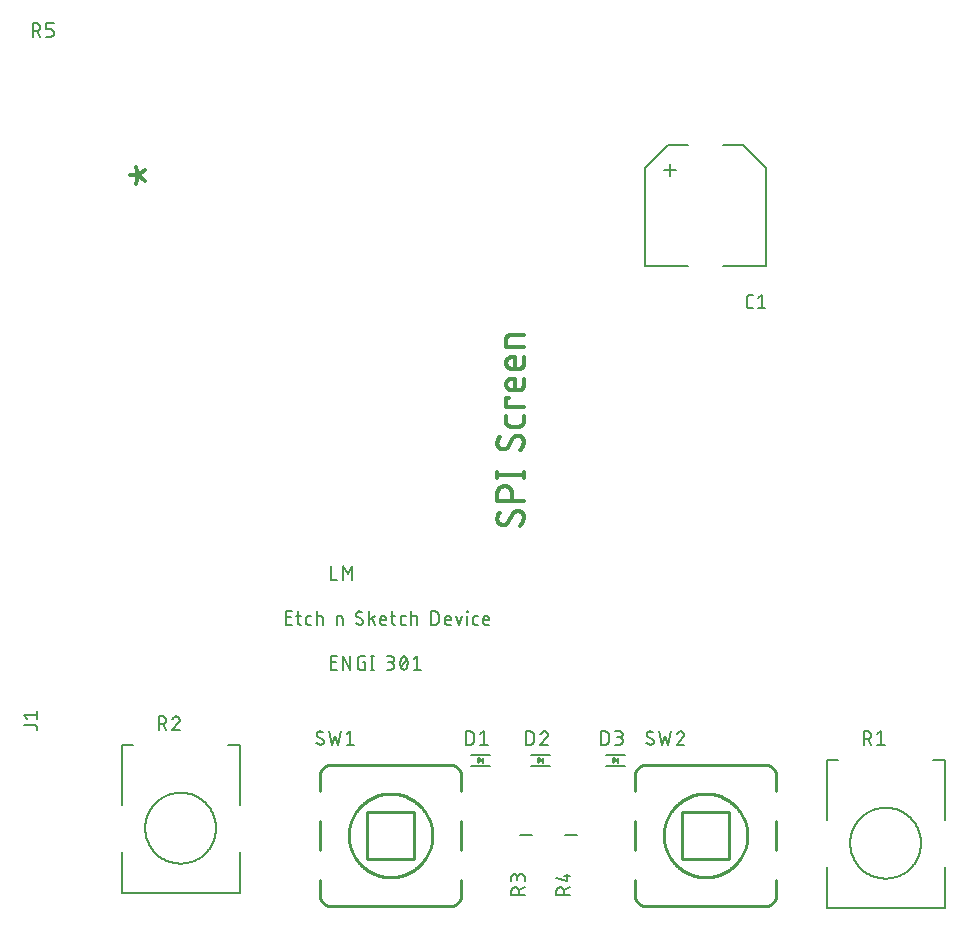
<source format=gbr>
G04 EAGLE Gerber RS-274X export*
G75*
%MOMM*%
%FSLAX34Y34*%
%LPD*%
%INSilkscreen Top*%
%IPPOS*%
%AMOC8*
5,1,8,0,0,1.08239X$1,22.5*%
G01*
%ADD10C,0.152400*%
%ADD11C,0.127000*%
%ADD12C,0.304800*%
%ADD13C,0.254000*%

G36*
X531405Y137076D02*
X531405Y137076D01*
X531505Y137075D01*
X531519Y137079D01*
X531531Y137079D01*
X531574Y137097D01*
X531684Y137133D01*
X535684Y139133D01*
X535719Y139159D01*
X535760Y139178D01*
X535809Y139226D01*
X535863Y139267D01*
X535888Y139304D01*
X535919Y139336D01*
X535948Y139398D01*
X535985Y139455D01*
X535995Y139499D01*
X536014Y139539D01*
X536019Y139608D01*
X536034Y139674D01*
X536028Y139719D01*
X536031Y139763D01*
X536012Y139829D01*
X536003Y139897D01*
X535982Y139936D01*
X535970Y139979D01*
X535929Y140034D01*
X535897Y140094D01*
X535863Y140124D01*
X535837Y140160D01*
X535766Y140209D01*
X535728Y140243D01*
X535707Y140251D01*
X535684Y140267D01*
X531684Y142267D01*
X531588Y142295D01*
X531494Y142327D01*
X531481Y142327D01*
X531468Y142331D01*
X531369Y142324D01*
X531269Y142321D01*
X531258Y142316D01*
X531245Y142315D01*
X531154Y142274D01*
X531062Y142236D01*
X531052Y142228D01*
X531040Y142222D01*
X530969Y142152D01*
X530896Y142085D01*
X530890Y142074D01*
X530881Y142064D01*
X530839Y141974D01*
X530793Y141885D01*
X530791Y141871D01*
X530786Y141861D01*
X530783Y141814D01*
X530766Y141700D01*
X530766Y137700D01*
X530783Y137602D01*
X530797Y137503D01*
X530803Y137492D01*
X530805Y137479D01*
X530856Y137393D01*
X530903Y137306D01*
X530913Y137297D01*
X530920Y137286D01*
X530997Y137223D01*
X531072Y137157D01*
X531084Y137153D01*
X531094Y137145D01*
X531188Y137113D01*
X531281Y137077D01*
X531294Y137077D01*
X531306Y137073D01*
X531405Y137076D01*
G37*
G36*
X467905Y137076D02*
X467905Y137076D01*
X468005Y137075D01*
X468019Y137079D01*
X468031Y137079D01*
X468074Y137097D01*
X468184Y137133D01*
X472184Y139133D01*
X472219Y139159D01*
X472260Y139178D01*
X472309Y139226D01*
X472363Y139267D01*
X472388Y139304D01*
X472419Y139336D01*
X472448Y139398D01*
X472485Y139455D01*
X472495Y139499D01*
X472514Y139539D01*
X472519Y139608D01*
X472534Y139674D01*
X472528Y139719D01*
X472531Y139763D01*
X472512Y139829D01*
X472503Y139897D01*
X472482Y139936D01*
X472470Y139979D01*
X472429Y140034D01*
X472397Y140094D01*
X472363Y140124D01*
X472337Y140160D01*
X472266Y140209D01*
X472228Y140243D01*
X472207Y140251D01*
X472184Y140267D01*
X468184Y142267D01*
X468088Y142295D01*
X467994Y142327D01*
X467981Y142327D01*
X467968Y142331D01*
X467869Y142324D01*
X467769Y142321D01*
X467758Y142316D01*
X467745Y142315D01*
X467654Y142274D01*
X467562Y142236D01*
X467552Y142228D01*
X467540Y142222D01*
X467469Y142152D01*
X467396Y142085D01*
X467390Y142074D01*
X467381Y142064D01*
X467339Y141974D01*
X467293Y141885D01*
X467291Y141871D01*
X467286Y141861D01*
X467283Y141814D01*
X467266Y141700D01*
X467266Y137700D01*
X467283Y137602D01*
X467297Y137503D01*
X467303Y137492D01*
X467305Y137479D01*
X467356Y137393D01*
X467403Y137306D01*
X467413Y137297D01*
X467420Y137286D01*
X467497Y137223D01*
X467572Y137157D01*
X467584Y137153D01*
X467594Y137145D01*
X467688Y137113D01*
X467781Y137077D01*
X467794Y137077D01*
X467806Y137073D01*
X467905Y137076D01*
G37*
G36*
X417105Y137076D02*
X417105Y137076D01*
X417205Y137075D01*
X417219Y137079D01*
X417231Y137079D01*
X417274Y137097D01*
X417384Y137133D01*
X421384Y139133D01*
X421419Y139159D01*
X421460Y139178D01*
X421509Y139226D01*
X421563Y139267D01*
X421588Y139304D01*
X421619Y139336D01*
X421648Y139398D01*
X421685Y139455D01*
X421695Y139499D01*
X421714Y139539D01*
X421719Y139608D01*
X421734Y139674D01*
X421728Y139719D01*
X421731Y139763D01*
X421712Y139829D01*
X421703Y139897D01*
X421682Y139936D01*
X421670Y139979D01*
X421629Y140034D01*
X421597Y140094D01*
X421563Y140124D01*
X421537Y140160D01*
X421466Y140209D01*
X421428Y140243D01*
X421407Y140251D01*
X421384Y140267D01*
X417384Y142267D01*
X417288Y142295D01*
X417194Y142327D01*
X417181Y142327D01*
X417168Y142331D01*
X417069Y142324D01*
X416969Y142321D01*
X416958Y142316D01*
X416945Y142315D01*
X416854Y142274D01*
X416762Y142236D01*
X416752Y142228D01*
X416740Y142222D01*
X416669Y142152D01*
X416596Y142085D01*
X416590Y142074D01*
X416581Y142064D01*
X416539Y141974D01*
X416493Y141885D01*
X416491Y141871D01*
X416486Y141861D01*
X416483Y141814D01*
X416466Y141700D01*
X416466Y137700D01*
X416483Y137602D01*
X416497Y137503D01*
X416503Y137492D01*
X416505Y137479D01*
X416556Y137393D01*
X416603Y137306D01*
X416613Y137297D01*
X416620Y137286D01*
X416697Y137223D01*
X416772Y137157D01*
X416784Y137153D01*
X416794Y137145D01*
X416888Y137113D01*
X416981Y137077D01*
X416994Y137077D01*
X417006Y137073D01*
X417105Y137076D01*
G37*
D10*
X292862Y304038D02*
X292862Y292862D01*
X297829Y292862D01*
X302881Y292862D02*
X302881Y304038D01*
X306606Y297829D01*
X310332Y304038D01*
X310332Y292862D01*
X259729Y254762D02*
X254762Y254762D01*
X254762Y265938D01*
X259729Y265938D01*
X258487Y260971D02*
X254762Y260971D01*
X263099Y262213D02*
X266824Y262213D01*
X264341Y265938D02*
X264341Y256625D01*
X264343Y256541D01*
X264348Y256458D01*
X264358Y256375D01*
X264371Y256292D01*
X264388Y256210D01*
X264408Y256129D01*
X264432Y256049D01*
X264460Y255970D01*
X264491Y255893D01*
X264525Y255817D01*
X264563Y255742D01*
X264605Y255669D01*
X264649Y255599D01*
X264697Y255530D01*
X264747Y255463D01*
X264801Y255399D01*
X264857Y255338D01*
X264917Y255278D01*
X264978Y255222D01*
X265042Y255168D01*
X265109Y255118D01*
X265178Y255070D01*
X265248Y255026D01*
X265321Y254984D01*
X265396Y254946D01*
X265472Y254912D01*
X265549Y254881D01*
X265628Y254853D01*
X265708Y254829D01*
X265789Y254809D01*
X265871Y254792D01*
X265954Y254779D01*
X266037Y254769D01*
X266120Y254764D01*
X266204Y254762D01*
X266824Y254762D01*
X273236Y254762D02*
X275719Y254762D01*
X273236Y254762D02*
X273152Y254764D01*
X273069Y254769D01*
X272986Y254779D01*
X272903Y254792D01*
X272821Y254809D01*
X272740Y254829D01*
X272660Y254853D01*
X272581Y254881D01*
X272504Y254912D01*
X272428Y254946D01*
X272353Y254984D01*
X272280Y255026D01*
X272210Y255070D01*
X272141Y255118D01*
X272074Y255168D01*
X272010Y255222D01*
X271949Y255278D01*
X271889Y255338D01*
X271833Y255399D01*
X271779Y255463D01*
X271729Y255530D01*
X271681Y255599D01*
X271637Y255669D01*
X271595Y255742D01*
X271557Y255817D01*
X271523Y255893D01*
X271492Y255970D01*
X271464Y256049D01*
X271440Y256129D01*
X271420Y256210D01*
X271403Y256292D01*
X271390Y256375D01*
X271380Y256458D01*
X271375Y256541D01*
X271373Y256625D01*
X271373Y260350D01*
X271375Y260434D01*
X271381Y260517D01*
X271390Y260600D01*
X271403Y260683D01*
X271420Y260765D01*
X271440Y260846D01*
X271464Y260926D01*
X271492Y261005D01*
X271523Y261082D01*
X271557Y261158D01*
X271595Y261233D01*
X271637Y261306D01*
X271681Y261376D01*
X271729Y261445D01*
X271779Y261512D01*
X271833Y261576D01*
X271889Y261637D01*
X271949Y261697D01*
X272010Y261753D01*
X272074Y261807D01*
X272141Y261857D01*
X272210Y261905D01*
X272280Y261949D01*
X272353Y261991D01*
X272428Y262029D01*
X272504Y262063D01*
X272581Y262094D01*
X272660Y262122D01*
X272740Y262146D01*
X272821Y262166D01*
X272903Y262183D01*
X272986Y262196D01*
X273069Y262206D01*
X273152Y262211D01*
X273236Y262213D01*
X275719Y262213D01*
X280501Y265938D02*
X280501Y254762D01*
X280501Y262213D02*
X283605Y262213D01*
X283689Y262211D01*
X283772Y262206D01*
X283855Y262196D01*
X283938Y262183D01*
X284020Y262166D01*
X284101Y262146D01*
X284181Y262122D01*
X284260Y262094D01*
X284337Y262063D01*
X284413Y262029D01*
X284488Y261991D01*
X284561Y261949D01*
X284631Y261905D01*
X284700Y261857D01*
X284767Y261807D01*
X284831Y261753D01*
X284892Y261697D01*
X284952Y261637D01*
X285008Y261576D01*
X285062Y261512D01*
X285112Y261445D01*
X285160Y261376D01*
X285204Y261306D01*
X285246Y261233D01*
X285284Y261158D01*
X285318Y261082D01*
X285349Y261005D01*
X285377Y260926D01*
X285401Y260846D01*
X285421Y260765D01*
X285438Y260683D01*
X285451Y260600D01*
X285461Y260517D01*
X285466Y260434D01*
X285468Y260350D01*
X285468Y254762D01*
X297265Y254762D02*
X297265Y262213D01*
X300369Y262213D01*
X300453Y262211D01*
X300536Y262206D01*
X300619Y262196D01*
X300702Y262183D01*
X300784Y262166D01*
X300865Y262146D01*
X300945Y262122D01*
X301024Y262094D01*
X301101Y262063D01*
X301177Y262029D01*
X301252Y261991D01*
X301325Y261949D01*
X301395Y261905D01*
X301464Y261857D01*
X301531Y261807D01*
X301595Y261753D01*
X301656Y261697D01*
X301716Y261637D01*
X301772Y261576D01*
X301826Y261512D01*
X301876Y261445D01*
X301924Y261376D01*
X301968Y261306D01*
X302010Y261233D01*
X302048Y261158D01*
X302082Y261082D01*
X302113Y261005D01*
X302141Y260926D01*
X302165Y260846D01*
X302185Y260765D01*
X302202Y260683D01*
X302215Y260600D01*
X302225Y260517D01*
X302230Y260434D01*
X302232Y260350D01*
X302232Y254762D01*
X317133Y254762D02*
X317230Y254764D01*
X317328Y254770D01*
X317425Y254779D01*
X317522Y254793D01*
X317618Y254810D01*
X317713Y254831D01*
X317807Y254855D01*
X317901Y254884D01*
X317993Y254916D01*
X318084Y254951D01*
X318173Y254990D01*
X318261Y255033D01*
X318347Y255079D01*
X318431Y255128D01*
X318513Y255181D01*
X318593Y255236D01*
X318671Y255295D01*
X318746Y255357D01*
X318819Y255422D01*
X318889Y255490D01*
X318957Y255560D01*
X319022Y255633D01*
X319084Y255708D01*
X319143Y255786D01*
X319198Y255866D01*
X319251Y255948D01*
X319300Y256032D01*
X319346Y256118D01*
X319389Y256206D01*
X319428Y256295D01*
X319463Y256386D01*
X319495Y256478D01*
X319524Y256572D01*
X319548Y256666D01*
X319569Y256761D01*
X319586Y256857D01*
X319600Y256954D01*
X319609Y257051D01*
X319615Y257148D01*
X319617Y257246D01*
X317133Y254762D02*
X316990Y254764D01*
X316847Y254770D01*
X316705Y254779D01*
X316563Y254793D01*
X316421Y254811D01*
X316280Y254832D01*
X316139Y254857D01*
X315999Y254886D01*
X315860Y254919D01*
X315722Y254955D01*
X315585Y254996D01*
X315449Y255040D01*
X315314Y255087D01*
X315181Y255139D01*
X315049Y255194D01*
X314919Y255252D01*
X314790Y255314D01*
X314663Y255380D01*
X314538Y255449D01*
X314415Y255521D01*
X314294Y255597D01*
X314175Y255675D01*
X314058Y255758D01*
X313943Y255843D01*
X313831Y255931D01*
X313721Y256023D01*
X313614Y256117D01*
X313509Y256214D01*
X313407Y256314D01*
X313718Y263454D02*
X313720Y263552D01*
X313726Y263649D01*
X313735Y263746D01*
X313749Y263843D01*
X313766Y263939D01*
X313787Y264034D01*
X313811Y264128D01*
X313840Y264222D01*
X313872Y264314D01*
X313907Y264405D01*
X313946Y264494D01*
X313989Y264582D01*
X314035Y264668D01*
X314084Y264752D01*
X314137Y264834D01*
X314192Y264914D01*
X314251Y264992D01*
X314313Y265067D01*
X314378Y265140D01*
X314446Y265210D01*
X314516Y265278D01*
X314589Y265343D01*
X314664Y265405D01*
X314742Y265464D01*
X314822Y265519D01*
X314904Y265572D01*
X314988Y265621D01*
X315074Y265667D01*
X315162Y265710D01*
X315251Y265749D01*
X315342Y265784D01*
X315434Y265816D01*
X315528Y265845D01*
X315622Y265869D01*
X315717Y265890D01*
X315813Y265907D01*
X315910Y265921D01*
X316007Y265930D01*
X316104Y265936D01*
X316202Y265938D01*
X316332Y265936D01*
X316462Y265931D01*
X316592Y265922D01*
X316722Y265909D01*
X316851Y265893D01*
X316980Y265873D01*
X317108Y265849D01*
X317236Y265822D01*
X317362Y265791D01*
X317488Y265757D01*
X317613Y265719D01*
X317736Y265678D01*
X317859Y265633D01*
X317980Y265585D01*
X318100Y265534D01*
X318218Y265479D01*
X318334Y265421D01*
X318449Y265360D01*
X318563Y265295D01*
X318674Y265228D01*
X318783Y265157D01*
X318891Y265083D01*
X318996Y265007D01*
X314960Y261281D02*
X314877Y261332D01*
X314796Y261386D01*
X314718Y261443D01*
X314642Y261503D01*
X314568Y261566D01*
X314497Y261632D01*
X314428Y261700D01*
X314362Y261771D01*
X314298Y261844D01*
X314238Y261920D01*
X314181Y261998D01*
X314126Y262079D01*
X314075Y262161D01*
X314027Y262245D01*
X313982Y262331D01*
X313940Y262419D01*
X313902Y262508D01*
X313868Y262598D01*
X313836Y262690D01*
X313809Y262783D01*
X313785Y262877D01*
X313764Y262972D01*
X313748Y263068D01*
X313735Y263164D01*
X313725Y263260D01*
X313720Y263357D01*
X313718Y263454D01*
X318374Y259419D02*
X318457Y259368D01*
X318538Y259314D01*
X318616Y259257D01*
X318692Y259197D01*
X318766Y259134D01*
X318837Y259068D01*
X318906Y259000D01*
X318972Y258929D01*
X319036Y258856D01*
X319096Y258780D01*
X319153Y258702D01*
X319208Y258621D01*
X319259Y258539D01*
X319307Y258455D01*
X319352Y258369D01*
X319394Y258281D01*
X319432Y258192D01*
X319466Y258102D01*
X319498Y258010D01*
X319525Y257917D01*
X319549Y257823D01*
X319570Y257728D01*
X319586Y257632D01*
X319599Y257536D01*
X319609Y257440D01*
X319614Y257343D01*
X319616Y257246D01*
X318375Y259419D02*
X314960Y261281D01*
X324866Y265938D02*
X324866Y254762D01*
X324866Y258487D02*
X329833Y262213D01*
X327039Y260040D02*
X329833Y254762D01*
X336084Y254762D02*
X339189Y254762D01*
X336084Y254762D02*
X336000Y254764D01*
X335917Y254769D01*
X335834Y254779D01*
X335751Y254792D01*
X335669Y254809D01*
X335588Y254829D01*
X335508Y254853D01*
X335429Y254881D01*
X335352Y254912D01*
X335276Y254946D01*
X335201Y254984D01*
X335128Y255026D01*
X335058Y255070D01*
X334989Y255118D01*
X334922Y255168D01*
X334858Y255222D01*
X334797Y255278D01*
X334737Y255338D01*
X334681Y255399D01*
X334627Y255463D01*
X334577Y255530D01*
X334529Y255599D01*
X334485Y255669D01*
X334443Y255742D01*
X334405Y255817D01*
X334371Y255893D01*
X334340Y255970D01*
X334312Y256049D01*
X334288Y256129D01*
X334268Y256210D01*
X334251Y256292D01*
X334238Y256375D01*
X334228Y256458D01*
X334223Y256541D01*
X334221Y256625D01*
X334221Y259729D01*
X334223Y259828D01*
X334229Y259926D01*
X334239Y260025D01*
X334252Y260122D01*
X334270Y260220D01*
X334291Y260316D01*
X334317Y260412D01*
X334346Y260506D01*
X334378Y260599D01*
X334415Y260691D01*
X334455Y260781D01*
X334499Y260870D01*
X334546Y260957D01*
X334596Y261042D01*
X334650Y261124D01*
X334707Y261205D01*
X334767Y261283D01*
X334831Y261359D01*
X334897Y261432D01*
X334966Y261503D01*
X335038Y261571D01*
X335113Y261635D01*
X335190Y261697D01*
X335269Y261756D01*
X335351Y261811D01*
X335435Y261864D01*
X335520Y261912D01*
X335608Y261958D01*
X335698Y262000D01*
X335789Y262038D01*
X335881Y262072D01*
X335975Y262103D01*
X336070Y262130D01*
X336166Y262154D01*
X336263Y262173D01*
X336360Y262189D01*
X336458Y262201D01*
X336557Y262209D01*
X336656Y262213D01*
X336754Y262213D01*
X336853Y262209D01*
X336952Y262201D01*
X337050Y262189D01*
X337147Y262173D01*
X337244Y262154D01*
X337340Y262130D01*
X337435Y262103D01*
X337529Y262072D01*
X337621Y262038D01*
X337712Y262000D01*
X337802Y261958D01*
X337890Y261912D01*
X337975Y261864D01*
X338059Y261811D01*
X338141Y261756D01*
X338220Y261697D01*
X338297Y261635D01*
X338372Y261571D01*
X338444Y261503D01*
X338513Y261432D01*
X338579Y261359D01*
X338643Y261283D01*
X338703Y261205D01*
X338760Y261124D01*
X338814Y261042D01*
X338864Y260957D01*
X338911Y260870D01*
X338955Y260781D01*
X338995Y260691D01*
X339032Y260599D01*
X339064Y260506D01*
X339093Y260412D01*
X339119Y260316D01*
X339140Y260220D01*
X339158Y260122D01*
X339171Y260025D01*
X339181Y259926D01*
X339187Y259828D01*
X339189Y259729D01*
X339189Y258487D01*
X334221Y258487D01*
X343109Y262213D02*
X346834Y262213D01*
X344351Y265938D02*
X344351Y256625D01*
X344350Y256625D02*
X344352Y256541D01*
X344357Y256458D01*
X344367Y256375D01*
X344380Y256292D01*
X344397Y256210D01*
X344417Y256129D01*
X344441Y256049D01*
X344469Y255970D01*
X344500Y255893D01*
X344534Y255817D01*
X344572Y255742D01*
X344614Y255669D01*
X344658Y255599D01*
X344706Y255530D01*
X344756Y255463D01*
X344810Y255399D01*
X344866Y255338D01*
X344926Y255278D01*
X344987Y255222D01*
X345051Y255168D01*
X345118Y255118D01*
X345187Y255070D01*
X345257Y255026D01*
X345330Y254984D01*
X345405Y254946D01*
X345481Y254912D01*
X345558Y254881D01*
X345637Y254853D01*
X345717Y254829D01*
X345798Y254809D01*
X345880Y254792D01*
X345963Y254779D01*
X346046Y254769D01*
X346129Y254764D01*
X346213Y254762D01*
X346834Y254762D01*
X353246Y254762D02*
X355729Y254762D01*
X353246Y254762D02*
X353162Y254764D01*
X353079Y254769D01*
X352996Y254779D01*
X352913Y254792D01*
X352831Y254809D01*
X352750Y254829D01*
X352670Y254853D01*
X352591Y254881D01*
X352514Y254912D01*
X352438Y254946D01*
X352363Y254984D01*
X352290Y255026D01*
X352220Y255070D01*
X352151Y255118D01*
X352084Y255168D01*
X352020Y255222D01*
X351959Y255278D01*
X351899Y255338D01*
X351843Y255399D01*
X351789Y255463D01*
X351739Y255530D01*
X351691Y255599D01*
X351647Y255669D01*
X351605Y255742D01*
X351567Y255817D01*
X351533Y255893D01*
X351502Y255970D01*
X351474Y256049D01*
X351450Y256129D01*
X351430Y256210D01*
X351413Y256292D01*
X351400Y256375D01*
X351390Y256458D01*
X351385Y256541D01*
X351383Y256625D01*
X351383Y260350D01*
X351385Y260434D01*
X351391Y260517D01*
X351400Y260600D01*
X351413Y260683D01*
X351430Y260765D01*
X351450Y260846D01*
X351474Y260926D01*
X351502Y261005D01*
X351533Y261082D01*
X351567Y261158D01*
X351605Y261233D01*
X351647Y261306D01*
X351691Y261376D01*
X351739Y261445D01*
X351789Y261512D01*
X351843Y261576D01*
X351899Y261637D01*
X351959Y261697D01*
X352020Y261753D01*
X352084Y261807D01*
X352151Y261857D01*
X352220Y261905D01*
X352290Y261949D01*
X352363Y261991D01*
X352438Y262029D01*
X352514Y262063D01*
X352591Y262094D01*
X352670Y262122D01*
X352750Y262146D01*
X352831Y262166D01*
X352913Y262183D01*
X352996Y262196D01*
X353079Y262206D01*
X353162Y262211D01*
X353246Y262213D01*
X355729Y262213D01*
X360510Y265938D02*
X360510Y254762D01*
X360510Y262213D02*
X363615Y262213D01*
X363699Y262211D01*
X363782Y262206D01*
X363865Y262196D01*
X363948Y262183D01*
X364030Y262166D01*
X364111Y262146D01*
X364191Y262122D01*
X364270Y262094D01*
X364347Y262063D01*
X364423Y262029D01*
X364498Y261991D01*
X364571Y261949D01*
X364641Y261905D01*
X364710Y261857D01*
X364777Y261807D01*
X364841Y261753D01*
X364902Y261697D01*
X364962Y261637D01*
X365018Y261576D01*
X365072Y261512D01*
X365122Y261445D01*
X365170Y261376D01*
X365214Y261306D01*
X365256Y261233D01*
X365294Y261158D01*
X365328Y261082D01*
X365359Y261005D01*
X365387Y260926D01*
X365411Y260846D01*
X365431Y260765D01*
X365448Y260683D01*
X365461Y260600D01*
X365471Y260517D01*
X365476Y260434D01*
X365478Y260350D01*
X365477Y260350D02*
X365477Y254762D01*
X377415Y254762D02*
X377415Y265938D01*
X380520Y265938D01*
X380631Y265936D01*
X380741Y265930D01*
X380852Y265920D01*
X380962Y265906D01*
X381071Y265889D01*
X381180Y265867D01*
X381288Y265842D01*
X381394Y265812D01*
X381500Y265779D01*
X381605Y265742D01*
X381708Y265702D01*
X381809Y265657D01*
X381909Y265610D01*
X382008Y265558D01*
X382104Y265503D01*
X382198Y265445D01*
X382290Y265384D01*
X382380Y265319D01*
X382468Y265251D01*
X382553Y265180D01*
X382635Y265106D01*
X382715Y265029D01*
X382792Y264949D01*
X382866Y264867D01*
X382937Y264782D01*
X383005Y264694D01*
X383070Y264604D01*
X383131Y264512D01*
X383189Y264418D01*
X383244Y264322D01*
X383296Y264223D01*
X383343Y264123D01*
X383388Y264022D01*
X383428Y263919D01*
X383465Y263814D01*
X383498Y263708D01*
X383528Y263602D01*
X383553Y263494D01*
X383575Y263385D01*
X383592Y263276D01*
X383606Y263166D01*
X383616Y263055D01*
X383622Y262945D01*
X383624Y262834D01*
X383624Y257866D01*
X383622Y257755D01*
X383616Y257645D01*
X383606Y257534D01*
X383592Y257424D01*
X383575Y257315D01*
X383553Y257206D01*
X383528Y257098D01*
X383498Y256992D01*
X383465Y256886D01*
X383428Y256781D01*
X383388Y256678D01*
X383343Y256577D01*
X383296Y256477D01*
X383244Y256378D01*
X383189Y256282D01*
X383131Y256188D01*
X383070Y256096D01*
X383005Y256006D01*
X382937Y255918D01*
X382866Y255833D01*
X382792Y255751D01*
X382715Y255671D01*
X382635Y255594D01*
X382553Y255520D01*
X382468Y255449D01*
X382380Y255381D01*
X382290Y255316D01*
X382198Y255255D01*
X382104Y255197D01*
X382008Y255142D01*
X381909Y255090D01*
X381809Y255043D01*
X381708Y254998D01*
X381605Y254958D01*
X381500Y254921D01*
X381394Y254888D01*
X381288Y254858D01*
X381180Y254833D01*
X381071Y254811D01*
X380962Y254794D01*
X380852Y254780D01*
X380741Y254770D01*
X380631Y254764D01*
X380520Y254762D01*
X377415Y254762D01*
X390948Y254762D02*
X394052Y254762D01*
X390948Y254762D02*
X390864Y254764D01*
X390781Y254769D01*
X390698Y254779D01*
X390615Y254792D01*
X390533Y254809D01*
X390452Y254829D01*
X390372Y254853D01*
X390293Y254881D01*
X390216Y254912D01*
X390140Y254946D01*
X390065Y254984D01*
X389992Y255026D01*
X389922Y255070D01*
X389853Y255118D01*
X389786Y255168D01*
X389722Y255222D01*
X389661Y255278D01*
X389601Y255338D01*
X389545Y255399D01*
X389491Y255463D01*
X389441Y255530D01*
X389393Y255599D01*
X389349Y255669D01*
X389307Y255742D01*
X389269Y255817D01*
X389235Y255893D01*
X389204Y255970D01*
X389176Y256049D01*
X389152Y256129D01*
X389132Y256210D01*
X389115Y256292D01*
X389102Y256375D01*
X389092Y256458D01*
X389087Y256541D01*
X389085Y256625D01*
X389085Y259729D01*
X389087Y259828D01*
X389093Y259926D01*
X389103Y260025D01*
X389116Y260122D01*
X389134Y260220D01*
X389155Y260316D01*
X389181Y260412D01*
X389210Y260506D01*
X389242Y260599D01*
X389279Y260691D01*
X389319Y260781D01*
X389363Y260870D01*
X389410Y260957D01*
X389460Y261042D01*
X389514Y261124D01*
X389571Y261205D01*
X389631Y261283D01*
X389695Y261359D01*
X389761Y261432D01*
X389830Y261503D01*
X389902Y261571D01*
X389977Y261635D01*
X390054Y261697D01*
X390133Y261756D01*
X390215Y261811D01*
X390299Y261864D01*
X390384Y261912D01*
X390472Y261958D01*
X390562Y262000D01*
X390653Y262038D01*
X390745Y262072D01*
X390839Y262103D01*
X390934Y262130D01*
X391030Y262154D01*
X391127Y262173D01*
X391224Y262189D01*
X391322Y262201D01*
X391421Y262209D01*
X391520Y262213D01*
X391618Y262213D01*
X391717Y262209D01*
X391816Y262201D01*
X391914Y262189D01*
X392011Y262173D01*
X392108Y262154D01*
X392204Y262130D01*
X392299Y262103D01*
X392393Y262072D01*
X392485Y262038D01*
X392576Y262000D01*
X392666Y261958D01*
X392754Y261912D01*
X392839Y261864D01*
X392923Y261811D01*
X393005Y261756D01*
X393084Y261697D01*
X393161Y261635D01*
X393236Y261571D01*
X393308Y261503D01*
X393377Y261432D01*
X393443Y261359D01*
X393507Y261283D01*
X393567Y261205D01*
X393624Y261124D01*
X393678Y261042D01*
X393728Y260957D01*
X393775Y260870D01*
X393819Y260781D01*
X393859Y260691D01*
X393896Y260599D01*
X393928Y260506D01*
X393957Y260412D01*
X393983Y260316D01*
X394004Y260220D01*
X394022Y260122D01*
X394035Y260025D01*
X394045Y259926D01*
X394051Y259828D01*
X394053Y259729D01*
X394052Y259729D02*
X394052Y258487D01*
X389085Y258487D01*
X398610Y262213D02*
X401094Y254762D01*
X403577Y262213D01*
X407952Y262213D02*
X407952Y254762D01*
X407641Y265317D02*
X407641Y265938D01*
X408262Y265938D01*
X408262Y265317D01*
X407641Y265317D01*
X414586Y254762D02*
X417070Y254762D01*
X414586Y254762D02*
X414502Y254764D01*
X414419Y254769D01*
X414336Y254779D01*
X414253Y254792D01*
X414171Y254809D01*
X414090Y254829D01*
X414010Y254853D01*
X413931Y254881D01*
X413854Y254912D01*
X413778Y254946D01*
X413703Y254984D01*
X413630Y255026D01*
X413560Y255070D01*
X413491Y255118D01*
X413424Y255168D01*
X413360Y255222D01*
X413299Y255278D01*
X413239Y255338D01*
X413183Y255399D01*
X413129Y255463D01*
X413079Y255530D01*
X413031Y255599D01*
X412987Y255669D01*
X412945Y255742D01*
X412907Y255817D01*
X412873Y255893D01*
X412842Y255970D01*
X412814Y256049D01*
X412790Y256129D01*
X412770Y256210D01*
X412753Y256292D01*
X412740Y256375D01*
X412730Y256458D01*
X412725Y256541D01*
X412723Y256625D01*
X412724Y256625D02*
X412724Y260350D01*
X412723Y260350D02*
X412725Y260434D01*
X412731Y260517D01*
X412740Y260600D01*
X412753Y260683D01*
X412770Y260765D01*
X412790Y260846D01*
X412814Y260926D01*
X412842Y261005D01*
X412873Y261082D01*
X412907Y261158D01*
X412945Y261233D01*
X412987Y261306D01*
X413031Y261376D01*
X413079Y261445D01*
X413129Y261512D01*
X413183Y261576D01*
X413239Y261637D01*
X413299Y261697D01*
X413360Y261753D01*
X413424Y261807D01*
X413491Y261857D01*
X413560Y261905D01*
X413630Y261949D01*
X413703Y261991D01*
X413778Y262029D01*
X413854Y262063D01*
X413931Y262094D01*
X414010Y262122D01*
X414090Y262146D01*
X414171Y262166D01*
X414253Y262183D01*
X414336Y262196D01*
X414419Y262206D01*
X414502Y262211D01*
X414586Y262213D01*
X417070Y262213D01*
X423333Y254762D02*
X426437Y254762D01*
X423333Y254762D02*
X423249Y254764D01*
X423166Y254769D01*
X423083Y254779D01*
X423000Y254792D01*
X422918Y254809D01*
X422837Y254829D01*
X422757Y254853D01*
X422678Y254881D01*
X422601Y254912D01*
X422525Y254946D01*
X422450Y254984D01*
X422377Y255026D01*
X422307Y255070D01*
X422238Y255118D01*
X422171Y255168D01*
X422107Y255222D01*
X422046Y255278D01*
X421986Y255338D01*
X421930Y255399D01*
X421876Y255463D01*
X421826Y255530D01*
X421778Y255599D01*
X421734Y255669D01*
X421692Y255742D01*
X421654Y255817D01*
X421620Y255893D01*
X421589Y255970D01*
X421561Y256049D01*
X421537Y256129D01*
X421517Y256210D01*
X421500Y256292D01*
X421487Y256375D01*
X421477Y256458D01*
X421472Y256541D01*
X421470Y256625D01*
X421470Y259729D01*
X421472Y259828D01*
X421478Y259926D01*
X421488Y260025D01*
X421501Y260122D01*
X421519Y260220D01*
X421540Y260316D01*
X421566Y260412D01*
X421595Y260506D01*
X421627Y260599D01*
X421664Y260691D01*
X421704Y260781D01*
X421748Y260870D01*
X421795Y260957D01*
X421845Y261042D01*
X421899Y261124D01*
X421956Y261205D01*
X422016Y261283D01*
X422080Y261359D01*
X422146Y261432D01*
X422215Y261503D01*
X422287Y261571D01*
X422362Y261635D01*
X422439Y261697D01*
X422518Y261756D01*
X422600Y261811D01*
X422684Y261864D01*
X422769Y261912D01*
X422857Y261958D01*
X422947Y262000D01*
X423038Y262038D01*
X423130Y262072D01*
X423224Y262103D01*
X423319Y262130D01*
X423415Y262154D01*
X423512Y262173D01*
X423609Y262189D01*
X423707Y262201D01*
X423806Y262209D01*
X423905Y262213D01*
X424003Y262213D01*
X424102Y262209D01*
X424201Y262201D01*
X424299Y262189D01*
X424396Y262173D01*
X424493Y262154D01*
X424589Y262130D01*
X424684Y262103D01*
X424778Y262072D01*
X424870Y262038D01*
X424961Y262000D01*
X425051Y261958D01*
X425139Y261912D01*
X425224Y261864D01*
X425308Y261811D01*
X425390Y261756D01*
X425469Y261697D01*
X425546Y261635D01*
X425621Y261571D01*
X425693Y261503D01*
X425762Y261432D01*
X425828Y261359D01*
X425892Y261283D01*
X425952Y261205D01*
X426009Y261124D01*
X426063Y261042D01*
X426113Y260957D01*
X426160Y260870D01*
X426204Y260781D01*
X426244Y260691D01*
X426281Y260599D01*
X426313Y260506D01*
X426342Y260412D01*
X426368Y260316D01*
X426389Y260220D01*
X426407Y260122D01*
X426420Y260025D01*
X426430Y259926D01*
X426436Y259828D01*
X426438Y259729D01*
X426437Y259729D02*
X426437Y258487D01*
X421470Y258487D01*
X297829Y216662D02*
X292862Y216662D01*
X292862Y227838D01*
X297829Y227838D01*
X296587Y222871D02*
X292862Y222871D01*
X302740Y227838D02*
X302740Y216662D01*
X308949Y216662D02*
X302740Y227838D01*
X308949Y227838D02*
X308949Y216662D01*
X319278Y222871D02*
X321141Y222871D01*
X321141Y216662D01*
X317415Y216662D01*
X317317Y216664D01*
X317220Y216670D01*
X317123Y216679D01*
X317026Y216693D01*
X316930Y216710D01*
X316835Y216731D01*
X316741Y216755D01*
X316647Y216784D01*
X316555Y216816D01*
X316464Y216851D01*
X316375Y216890D01*
X316287Y216933D01*
X316201Y216979D01*
X316117Y217028D01*
X316035Y217081D01*
X315955Y217136D01*
X315877Y217195D01*
X315802Y217257D01*
X315729Y217322D01*
X315659Y217390D01*
X315591Y217460D01*
X315526Y217533D01*
X315464Y217608D01*
X315405Y217686D01*
X315350Y217766D01*
X315297Y217848D01*
X315248Y217932D01*
X315202Y218018D01*
X315159Y218106D01*
X315120Y218195D01*
X315085Y218286D01*
X315053Y218378D01*
X315024Y218472D01*
X315000Y218566D01*
X314979Y218661D01*
X314962Y218757D01*
X314948Y218854D01*
X314939Y218951D01*
X314933Y219048D01*
X314931Y219146D01*
X314932Y219146D02*
X314932Y225354D01*
X314931Y225354D02*
X314933Y225452D01*
X314939Y225549D01*
X314948Y225646D01*
X314962Y225743D01*
X314979Y225839D01*
X315000Y225934D01*
X315024Y226028D01*
X315053Y226122D01*
X315085Y226214D01*
X315120Y226305D01*
X315159Y226394D01*
X315202Y226482D01*
X315248Y226568D01*
X315297Y226652D01*
X315350Y226734D01*
X315405Y226814D01*
X315464Y226892D01*
X315526Y226967D01*
X315591Y227040D01*
X315659Y227110D01*
X315729Y227178D01*
X315802Y227243D01*
X315877Y227305D01*
X315955Y227364D01*
X316035Y227419D01*
X316117Y227472D01*
X316201Y227521D01*
X316287Y227567D01*
X316375Y227610D01*
X316464Y227649D01*
X316555Y227684D01*
X316647Y227716D01*
X316741Y227745D01*
X316835Y227769D01*
X316930Y227790D01*
X317026Y227807D01*
X317123Y227821D01*
X317220Y227830D01*
X317317Y227836D01*
X317415Y227838D01*
X321141Y227838D01*
X327561Y227838D02*
X327561Y216662D01*
X326319Y216662D02*
X328803Y216662D01*
X328803Y227838D02*
X326319Y227838D01*
X339697Y216662D02*
X342801Y216662D01*
X342912Y216664D01*
X343022Y216670D01*
X343133Y216680D01*
X343243Y216694D01*
X343352Y216711D01*
X343461Y216733D01*
X343569Y216758D01*
X343675Y216788D01*
X343781Y216821D01*
X343886Y216858D01*
X343989Y216898D01*
X344090Y216943D01*
X344190Y216990D01*
X344289Y217042D01*
X344385Y217097D01*
X344479Y217155D01*
X344571Y217216D01*
X344661Y217281D01*
X344749Y217349D01*
X344834Y217420D01*
X344916Y217494D01*
X344996Y217571D01*
X345073Y217651D01*
X345147Y217733D01*
X345218Y217818D01*
X345286Y217906D01*
X345351Y217996D01*
X345412Y218088D01*
X345470Y218182D01*
X345525Y218278D01*
X345577Y218377D01*
X345624Y218477D01*
X345669Y218578D01*
X345709Y218681D01*
X345746Y218786D01*
X345779Y218892D01*
X345809Y218998D01*
X345834Y219106D01*
X345856Y219215D01*
X345873Y219324D01*
X345887Y219434D01*
X345897Y219545D01*
X345903Y219655D01*
X345905Y219766D01*
X345903Y219877D01*
X345897Y219987D01*
X345887Y220098D01*
X345873Y220208D01*
X345856Y220317D01*
X345834Y220426D01*
X345809Y220534D01*
X345779Y220640D01*
X345746Y220746D01*
X345709Y220851D01*
X345669Y220954D01*
X345624Y221055D01*
X345577Y221155D01*
X345525Y221254D01*
X345470Y221350D01*
X345412Y221444D01*
X345351Y221536D01*
X345286Y221626D01*
X345218Y221714D01*
X345147Y221799D01*
X345073Y221881D01*
X344996Y221961D01*
X344916Y222038D01*
X344834Y222112D01*
X344749Y222183D01*
X344661Y222251D01*
X344571Y222316D01*
X344479Y222377D01*
X344385Y222435D01*
X344289Y222490D01*
X344190Y222542D01*
X344090Y222589D01*
X343989Y222634D01*
X343886Y222674D01*
X343781Y222711D01*
X343675Y222744D01*
X343569Y222774D01*
X343461Y222799D01*
X343352Y222821D01*
X343243Y222838D01*
X343133Y222852D01*
X343022Y222862D01*
X342912Y222868D01*
X342801Y222870D01*
X343422Y227838D02*
X339697Y227838D01*
X343422Y227838D02*
X343521Y227836D01*
X343619Y227830D01*
X343718Y227820D01*
X343815Y227807D01*
X343913Y227789D01*
X344009Y227768D01*
X344105Y227742D01*
X344199Y227713D01*
X344292Y227681D01*
X344384Y227644D01*
X344474Y227604D01*
X344563Y227560D01*
X344650Y227513D01*
X344735Y227463D01*
X344817Y227409D01*
X344898Y227352D01*
X344976Y227292D01*
X345052Y227228D01*
X345125Y227162D01*
X345196Y227093D01*
X345264Y227021D01*
X345328Y226946D01*
X345390Y226869D01*
X345449Y226790D01*
X345504Y226708D01*
X345557Y226624D01*
X345605Y226539D01*
X345651Y226451D01*
X345693Y226361D01*
X345731Y226270D01*
X345765Y226178D01*
X345796Y226084D01*
X345823Y225989D01*
X345847Y225893D01*
X345866Y225796D01*
X345882Y225699D01*
X345894Y225601D01*
X345902Y225502D01*
X345906Y225403D01*
X345906Y225305D01*
X345902Y225206D01*
X345894Y225107D01*
X345882Y225009D01*
X345866Y224912D01*
X345847Y224815D01*
X345823Y224719D01*
X345796Y224624D01*
X345765Y224530D01*
X345731Y224438D01*
X345693Y224347D01*
X345651Y224257D01*
X345605Y224169D01*
X345557Y224084D01*
X345504Y224000D01*
X345449Y223918D01*
X345390Y223839D01*
X345328Y223762D01*
X345264Y223687D01*
X345196Y223615D01*
X345125Y223546D01*
X345052Y223480D01*
X344976Y223416D01*
X344898Y223356D01*
X344817Y223299D01*
X344735Y223245D01*
X344650Y223195D01*
X344563Y223148D01*
X344474Y223104D01*
X344384Y223064D01*
X344292Y223027D01*
X344199Y222995D01*
X344105Y222966D01*
X344009Y222940D01*
X343913Y222919D01*
X343815Y222901D01*
X343718Y222888D01*
X343619Y222878D01*
X343521Y222872D01*
X343422Y222870D01*
X343422Y222871D02*
X340938Y222871D01*
X351127Y222250D02*
X351130Y222470D01*
X351137Y222690D01*
X351151Y222909D01*
X351169Y223128D01*
X351193Y223347D01*
X351221Y223565D01*
X351255Y223782D01*
X351294Y223998D01*
X351339Y224214D01*
X351388Y224428D01*
X351443Y224641D01*
X351502Y224853D01*
X351567Y225063D01*
X351637Y225271D01*
X351711Y225478D01*
X351791Y225683D01*
X351875Y225886D01*
X351964Y226087D01*
X352058Y226286D01*
X352091Y226375D01*
X352127Y226463D01*
X352167Y226549D01*
X352210Y226634D01*
X352257Y226716D01*
X352308Y226797D01*
X352361Y226875D01*
X352418Y226951D01*
X352478Y227025D01*
X352541Y227096D01*
X352606Y227165D01*
X352675Y227231D01*
X352746Y227293D01*
X352820Y227353D01*
X352896Y227410D01*
X352974Y227464D01*
X353055Y227514D01*
X353137Y227561D01*
X353222Y227604D01*
X353308Y227644D01*
X353396Y227681D01*
X353485Y227713D01*
X353575Y227742D01*
X353667Y227768D01*
X353759Y227789D01*
X353853Y227807D01*
X353947Y227820D01*
X354041Y227830D01*
X354136Y227836D01*
X354231Y227838D01*
X354326Y227836D01*
X354421Y227830D01*
X354515Y227820D01*
X354609Y227807D01*
X354703Y227789D01*
X354795Y227768D01*
X354887Y227742D01*
X354977Y227713D01*
X355066Y227681D01*
X355154Y227644D01*
X355240Y227604D01*
X355325Y227561D01*
X355407Y227514D01*
X355488Y227464D01*
X355566Y227410D01*
X355642Y227353D01*
X355716Y227293D01*
X355787Y227231D01*
X355856Y227165D01*
X355921Y227096D01*
X355984Y227025D01*
X356044Y226951D01*
X356101Y226875D01*
X356154Y226797D01*
X356205Y226716D01*
X356252Y226633D01*
X356295Y226549D01*
X356335Y226463D01*
X356371Y226375D01*
X356404Y226286D01*
X356405Y226286D02*
X356499Y226087D01*
X356588Y225886D01*
X356672Y225683D01*
X356752Y225478D01*
X356826Y225271D01*
X356896Y225063D01*
X356961Y224853D01*
X357020Y224641D01*
X357075Y224428D01*
X357124Y224214D01*
X357169Y223998D01*
X357208Y223782D01*
X357242Y223565D01*
X357270Y223347D01*
X357294Y223128D01*
X357312Y222909D01*
X357326Y222690D01*
X357333Y222470D01*
X357336Y222250D01*
X351127Y222250D02*
X351130Y222030D01*
X351137Y221810D01*
X351151Y221591D01*
X351169Y221372D01*
X351193Y221153D01*
X351221Y220935D01*
X351255Y220718D01*
X351294Y220502D01*
X351339Y220286D01*
X351388Y220072D01*
X351443Y219859D01*
X351502Y219648D01*
X351567Y219437D01*
X351637Y219229D01*
X351711Y219022D01*
X351791Y218817D01*
X351875Y218614D01*
X351964Y218413D01*
X352058Y218214D01*
X352091Y218125D01*
X352127Y218037D01*
X352167Y217951D01*
X352210Y217866D01*
X352257Y217784D01*
X352308Y217703D01*
X352361Y217625D01*
X352418Y217549D01*
X352478Y217475D01*
X352541Y217404D01*
X352606Y217335D01*
X352675Y217269D01*
X352746Y217207D01*
X352820Y217147D01*
X352896Y217090D01*
X352974Y217036D01*
X353055Y216986D01*
X353137Y216939D01*
X353222Y216896D01*
X353308Y216856D01*
X353396Y216819D01*
X353485Y216787D01*
X353575Y216758D01*
X353667Y216732D01*
X353759Y216711D01*
X353853Y216693D01*
X353947Y216680D01*
X354041Y216670D01*
X354136Y216664D01*
X354231Y216662D01*
X356405Y218214D02*
X356499Y218413D01*
X356588Y218614D01*
X356672Y218817D01*
X356752Y219022D01*
X356826Y219229D01*
X356896Y219437D01*
X356961Y219647D01*
X357020Y219859D01*
X357075Y220072D01*
X357124Y220286D01*
X357169Y220502D01*
X357208Y220718D01*
X357242Y220935D01*
X357270Y221153D01*
X357294Y221372D01*
X357312Y221591D01*
X357326Y221810D01*
X357333Y222030D01*
X357336Y222250D01*
X356404Y218214D02*
X356371Y218125D01*
X356335Y218037D01*
X356295Y217951D01*
X356252Y217866D01*
X356205Y217784D01*
X356154Y217703D01*
X356101Y217625D01*
X356044Y217549D01*
X355984Y217475D01*
X355921Y217404D01*
X355856Y217335D01*
X355787Y217269D01*
X355716Y217207D01*
X355642Y217147D01*
X355566Y217090D01*
X355488Y217036D01*
X355407Y216986D01*
X355325Y216939D01*
X355240Y216896D01*
X355154Y216856D01*
X355066Y216819D01*
X354977Y216787D01*
X354887Y216758D01*
X354795Y216732D01*
X354703Y216711D01*
X354609Y216693D01*
X354515Y216680D01*
X354421Y216670D01*
X354326Y216664D01*
X354231Y216662D01*
X351748Y219146D02*
X356715Y225354D01*
X362557Y225354D02*
X365661Y227838D01*
X365661Y216662D01*
X362557Y216662D02*
X368766Y216662D01*
D11*
X624600Y558100D02*
X661100Y558100D01*
X661100Y641100D01*
X641100Y661100D01*
X624600Y661100D01*
X594600Y558100D02*
X558100Y558100D01*
X558100Y641100D01*
X578100Y661100D01*
X594600Y661100D01*
X579600Y644600D02*
X579600Y634600D01*
X584600Y639600D02*
X574600Y639600D01*
D10*
X647046Y522662D02*
X649530Y522662D01*
X647046Y522662D02*
X646948Y522664D01*
X646851Y522670D01*
X646754Y522679D01*
X646657Y522693D01*
X646561Y522710D01*
X646466Y522731D01*
X646372Y522755D01*
X646278Y522784D01*
X646186Y522816D01*
X646095Y522851D01*
X646006Y522890D01*
X645918Y522933D01*
X645832Y522979D01*
X645748Y523028D01*
X645666Y523081D01*
X645586Y523136D01*
X645508Y523195D01*
X645433Y523257D01*
X645360Y523322D01*
X645290Y523390D01*
X645222Y523460D01*
X645157Y523533D01*
X645095Y523608D01*
X645036Y523686D01*
X644981Y523766D01*
X644928Y523848D01*
X644879Y523932D01*
X644833Y524018D01*
X644790Y524106D01*
X644751Y524195D01*
X644716Y524286D01*
X644684Y524378D01*
X644655Y524472D01*
X644631Y524566D01*
X644610Y524661D01*
X644593Y524757D01*
X644579Y524854D01*
X644570Y524951D01*
X644564Y525048D01*
X644562Y525146D01*
X644563Y525146D02*
X644563Y531354D01*
X644562Y531354D02*
X644564Y531452D01*
X644570Y531549D01*
X644579Y531646D01*
X644593Y531743D01*
X644610Y531839D01*
X644631Y531934D01*
X644655Y532028D01*
X644684Y532122D01*
X644716Y532214D01*
X644751Y532305D01*
X644790Y532394D01*
X644833Y532482D01*
X644879Y532568D01*
X644928Y532652D01*
X644981Y532734D01*
X645036Y532814D01*
X645095Y532892D01*
X645157Y532967D01*
X645222Y533040D01*
X645290Y533110D01*
X645360Y533178D01*
X645433Y533243D01*
X645508Y533305D01*
X645586Y533364D01*
X645666Y533419D01*
X645748Y533472D01*
X645832Y533521D01*
X645918Y533567D01*
X646006Y533610D01*
X646095Y533649D01*
X646186Y533684D01*
X646278Y533716D01*
X646372Y533745D01*
X646466Y533769D01*
X646561Y533790D01*
X646657Y533807D01*
X646754Y533821D01*
X646851Y533830D01*
X646948Y533836D01*
X647046Y533838D01*
X649530Y533838D01*
X654129Y531354D02*
X657234Y533838D01*
X657234Y522662D01*
X660338Y522662D02*
X654129Y522662D01*
D11*
X427100Y144700D02*
X411100Y144700D01*
X411100Y134700D02*
X427100Y134700D01*
X421100Y137700D02*
X421100Y141700D01*
D10*
X407162Y153162D02*
X407162Y164338D01*
X410266Y164338D01*
X410377Y164336D01*
X410487Y164330D01*
X410598Y164320D01*
X410708Y164306D01*
X410817Y164289D01*
X410926Y164267D01*
X411034Y164242D01*
X411140Y164212D01*
X411246Y164179D01*
X411351Y164142D01*
X411454Y164102D01*
X411555Y164057D01*
X411655Y164010D01*
X411754Y163958D01*
X411850Y163903D01*
X411944Y163845D01*
X412036Y163784D01*
X412126Y163719D01*
X412214Y163651D01*
X412299Y163580D01*
X412381Y163506D01*
X412461Y163429D01*
X412538Y163349D01*
X412612Y163267D01*
X412683Y163182D01*
X412751Y163094D01*
X412816Y163004D01*
X412877Y162912D01*
X412935Y162818D01*
X412990Y162722D01*
X413042Y162623D01*
X413089Y162523D01*
X413134Y162422D01*
X413174Y162319D01*
X413211Y162214D01*
X413244Y162108D01*
X413274Y162002D01*
X413299Y161894D01*
X413321Y161785D01*
X413338Y161676D01*
X413352Y161566D01*
X413362Y161455D01*
X413368Y161345D01*
X413370Y161234D01*
X413371Y161234D02*
X413371Y156266D01*
X413370Y156266D02*
X413368Y156155D01*
X413362Y156045D01*
X413352Y155934D01*
X413338Y155824D01*
X413321Y155715D01*
X413299Y155606D01*
X413274Y155498D01*
X413244Y155392D01*
X413211Y155286D01*
X413174Y155181D01*
X413134Y155078D01*
X413089Y154977D01*
X413042Y154877D01*
X412990Y154778D01*
X412935Y154682D01*
X412877Y154588D01*
X412816Y154496D01*
X412751Y154406D01*
X412683Y154318D01*
X412612Y154233D01*
X412538Y154151D01*
X412461Y154071D01*
X412381Y153994D01*
X412299Y153920D01*
X412214Y153849D01*
X412126Y153781D01*
X412036Y153716D01*
X411944Y153655D01*
X411850Y153597D01*
X411754Y153542D01*
X411655Y153490D01*
X411555Y153443D01*
X411454Y153398D01*
X411351Y153358D01*
X411246Y153321D01*
X411140Y153288D01*
X411034Y153258D01*
X410926Y153233D01*
X410817Y153211D01*
X410708Y153194D01*
X410598Y153180D01*
X410487Y153170D01*
X410377Y153164D01*
X410266Y153162D01*
X407162Y153162D01*
X418973Y161854D02*
X422077Y164338D01*
X422077Y153162D01*
X418973Y153162D02*
X425182Y153162D01*
D11*
X461900Y144700D02*
X477900Y144700D01*
X477900Y134700D02*
X461900Y134700D01*
X471900Y137700D02*
X471900Y141700D01*
D10*
X457962Y153162D02*
X457962Y164338D01*
X461066Y164338D01*
X461177Y164336D01*
X461287Y164330D01*
X461398Y164320D01*
X461508Y164306D01*
X461617Y164289D01*
X461726Y164267D01*
X461834Y164242D01*
X461940Y164212D01*
X462046Y164179D01*
X462151Y164142D01*
X462254Y164102D01*
X462355Y164057D01*
X462455Y164010D01*
X462554Y163958D01*
X462650Y163903D01*
X462744Y163845D01*
X462836Y163784D01*
X462926Y163719D01*
X463014Y163651D01*
X463099Y163580D01*
X463181Y163506D01*
X463261Y163429D01*
X463338Y163349D01*
X463412Y163267D01*
X463483Y163182D01*
X463551Y163094D01*
X463616Y163004D01*
X463677Y162912D01*
X463735Y162818D01*
X463790Y162722D01*
X463842Y162623D01*
X463889Y162523D01*
X463934Y162422D01*
X463974Y162319D01*
X464011Y162214D01*
X464044Y162108D01*
X464074Y162002D01*
X464099Y161894D01*
X464121Y161785D01*
X464138Y161676D01*
X464152Y161566D01*
X464162Y161455D01*
X464168Y161345D01*
X464170Y161234D01*
X464171Y161234D02*
X464171Y156266D01*
X464170Y156266D02*
X464168Y156155D01*
X464162Y156045D01*
X464152Y155934D01*
X464138Y155824D01*
X464121Y155715D01*
X464099Y155606D01*
X464074Y155498D01*
X464044Y155392D01*
X464011Y155286D01*
X463974Y155181D01*
X463934Y155078D01*
X463889Y154977D01*
X463842Y154877D01*
X463790Y154778D01*
X463735Y154682D01*
X463677Y154588D01*
X463616Y154496D01*
X463551Y154406D01*
X463483Y154318D01*
X463412Y154233D01*
X463338Y154151D01*
X463261Y154071D01*
X463181Y153994D01*
X463099Y153920D01*
X463014Y153849D01*
X462926Y153781D01*
X462836Y153716D01*
X462744Y153655D01*
X462650Y153597D01*
X462554Y153542D01*
X462455Y153490D01*
X462355Y153443D01*
X462254Y153398D01*
X462151Y153358D01*
X462046Y153321D01*
X461940Y153288D01*
X461834Y153258D01*
X461726Y153233D01*
X461617Y153211D01*
X461508Y153194D01*
X461398Y153180D01*
X461287Y153170D01*
X461177Y153164D01*
X461066Y153162D01*
X457962Y153162D01*
X473188Y164338D02*
X473292Y164336D01*
X473397Y164330D01*
X473501Y164320D01*
X473604Y164307D01*
X473707Y164289D01*
X473810Y164268D01*
X473911Y164243D01*
X474012Y164214D01*
X474111Y164181D01*
X474209Y164145D01*
X474305Y164105D01*
X474400Y164061D01*
X474494Y164014D01*
X474585Y163964D01*
X474674Y163910D01*
X474762Y163853D01*
X474847Y163792D01*
X474930Y163728D01*
X475010Y163662D01*
X475088Y163592D01*
X475164Y163520D01*
X475236Y163444D01*
X475306Y163366D01*
X475372Y163286D01*
X475436Y163203D01*
X475497Y163118D01*
X475554Y163030D01*
X475608Y162941D01*
X475658Y162850D01*
X475705Y162756D01*
X475749Y162661D01*
X475789Y162565D01*
X475825Y162467D01*
X475858Y162368D01*
X475887Y162267D01*
X475912Y162166D01*
X475933Y162063D01*
X475951Y161960D01*
X475964Y161857D01*
X475974Y161753D01*
X475980Y161648D01*
X475982Y161544D01*
X473188Y164339D02*
X473069Y164337D01*
X472951Y164331D01*
X472832Y164321D01*
X472714Y164308D01*
X472597Y164290D01*
X472480Y164268D01*
X472364Y164243D01*
X472249Y164214D01*
X472134Y164181D01*
X472021Y164144D01*
X471910Y164104D01*
X471799Y164060D01*
X471691Y164012D01*
X471584Y163961D01*
X471478Y163906D01*
X471375Y163847D01*
X471273Y163786D01*
X471174Y163721D01*
X471076Y163652D01*
X470982Y163581D01*
X470889Y163506D01*
X470799Y163429D01*
X470712Y163348D01*
X470627Y163265D01*
X470545Y163179D01*
X470466Y163090D01*
X470390Y162999D01*
X470317Y162905D01*
X470248Y162809D01*
X470181Y162710D01*
X470118Y162610D01*
X470058Y162507D01*
X470001Y162403D01*
X469949Y162296D01*
X469899Y162188D01*
X469853Y162079D01*
X469811Y161967D01*
X469773Y161855D01*
X475051Y159371D02*
X475126Y159445D01*
X475198Y159522D01*
X475268Y159601D01*
X475335Y159683D01*
X475399Y159767D01*
X475460Y159853D01*
X475518Y159941D01*
X475573Y160032D01*
X475625Y160124D01*
X475673Y160218D01*
X475718Y160313D01*
X475760Y160411D01*
X475798Y160509D01*
X475833Y160609D01*
X475864Y160710D01*
X475891Y160812D01*
X475915Y160915D01*
X475936Y161018D01*
X475952Y161123D01*
X475965Y161228D01*
X475975Y161333D01*
X475980Y161438D01*
X475982Y161544D01*
X475051Y159371D02*
X469773Y153162D01*
X475982Y153162D01*
D11*
X525400Y144700D02*
X541400Y144700D01*
X541400Y134700D02*
X525400Y134700D01*
X535400Y137700D02*
X535400Y141700D01*
D10*
X521462Y153162D02*
X521462Y164338D01*
X524566Y164338D01*
X524677Y164336D01*
X524787Y164330D01*
X524898Y164320D01*
X525008Y164306D01*
X525117Y164289D01*
X525226Y164267D01*
X525334Y164242D01*
X525440Y164212D01*
X525546Y164179D01*
X525651Y164142D01*
X525754Y164102D01*
X525855Y164057D01*
X525955Y164010D01*
X526054Y163958D01*
X526150Y163903D01*
X526244Y163845D01*
X526336Y163784D01*
X526426Y163719D01*
X526514Y163651D01*
X526599Y163580D01*
X526681Y163506D01*
X526761Y163429D01*
X526838Y163349D01*
X526912Y163267D01*
X526983Y163182D01*
X527051Y163094D01*
X527116Y163004D01*
X527177Y162912D01*
X527235Y162818D01*
X527290Y162722D01*
X527342Y162623D01*
X527389Y162523D01*
X527434Y162422D01*
X527474Y162319D01*
X527511Y162214D01*
X527544Y162108D01*
X527574Y162002D01*
X527599Y161894D01*
X527621Y161785D01*
X527638Y161676D01*
X527652Y161566D01*
X527662Y161455D01*
X527668Y161345D01*
X527670Y161234D01*
X527671Y161234D02*
X527671Y156266D01*
X527670Y156266D02*
X527668Y156155D01*
X527662Y156045D01*
X527652Y155934D01*
X527638Y155824D01*
X527621Y155715D01*
X527599Y155606D01*
X527574Y155498D01*
X527544Y155392D01*
X527511Y155286D01*
X527474Y155181D01*
X527434Y155078D01*
X527389Y154977D01*
X527342Y154877D01*
X527290Y154778D01*
X527235Y154682D01*
X527177Y154588D01*
X527116Y154496D01*
X527051Y154406D01*
X526983Y154318D01*
X526912Y154233D01*
X526838Y154151D01*
X526761Y154071D01*
X526681Y153994D01*
X526599Y153920D01*
X526514Y153849D01*
X526426Y153781D01*
X526336Y153716D01*
X526244Y153655D01*
X526150Y153597D01*
X526054Y153542D01*
X525955Y153490D01*
X525855Y153443D01*
X525754Y153398D01*
X525651Y153358D01*
X525546Y153321D01*
X525440Y153288D01*
X525334Y153258D01*
X525226Y153233D01*
X525117Y153211D01*
X525008Y153194D01*
X524898Y153180D01*
X524787Y153170D01*
X524677Y153164D01*
X524566Y153162D01*
X521462Y153162D01*
X533273Y153162D02*
X536377Y153162D01*
X536488Y153164D01*
X536598Y153170D01*
X536709Y153180D01*
X536819Y153194D01*
X536928Y153211D01*
X537037Y153233D01*
X537145Y153258D01*
X537251Y153288D01*
X537357Y153321D01*
X537462Y153358D01*
X537565Y153398D01*
X537666Y153443D01*
X537766Y153490D01*
X537865Y153542D01*
X537961Y153597D01*
X538055Y153655D01*
X538147Y153716D01*
X538237Y153781D01*
X538325Y153849D01*
X538410Y153920D01*
X538492Y153994D01*
X538572Y154071D01*
X538649Y154151D01*
X538723Y154233D01*
X538794Y154318D01*
X538862Y154406D01*
X538927Y154496D01*
X538988Y154588D01*
X539046Y154682D01*
X539101Y154778D01*
X539153Y154877D01*
X539200Y154977D01*
X539245Y155078D01*
X539285Y155181D01*
X539322Y155286D01*
X539355Y155392D01*
X539385Y155498D01*
X539410Y155606D01*
X539432Y155715D01*
X539449Y155824D01*
X539463Y155934D01*
X539473Y156045D01*
X539479Y156155D01*
X539481Y156266D01*
X539479Y156377D01*
X539473Y156487D01*
X539463Y156598D01*
X539449Y156708D01*
X539432Y156817D01*
X539410Y156926D01*
X539385Y157034D01*
X539355Y157140D01*
X539322Y157246D01*
X539285Y157351D01*
X539245Y157454D01*
X539200Y157555D01*
X539153Y157655D01*
X539101Y157754D01*
X539046Y157850D01*
X538988Y157944D01*
X538927Y158036D01*
X538862Y158126D01*
X538794Y158214D01*
X538723Y158299D01*
X538649Y158381D01*
X538572Y158461D01*
X538492Y158538D01*
X538410Y158612D01*
X538325Y158683D01*
X538237Y158751D01*
X538147Y158816D01*
X538055Y158877D01*
X537961Y158935D01*
X537865Y158990D01*
X537766Y159042D01*
X537666Y159089D01*
X537565Y159134D01*
X537462Y159174D01*
X537357Y159211D01*
X537251Y159244D01*
X537145Y159274D01*
X537037Y159299D01*
X536928Y159321D01*
X536819Y159338D01*
X536709Y159352D01*
X536598Y159362D01*
X536488Y159368D01*
X536377Y159370D01*
X536998Y164338D02*
X533273Y164338D01*
X536998Y164338D02*
X537097Y164336D01*
X537195Y164330D01*
X537294Y164320D01*
X537391Y164307D01*
X537489Y164289D01*
X537585Y164268D01*
X537681Y164242D01*
X537775Y164213D01*
X537868Y164181D01*
X537960Y164144D01*
X538050Y164104D01*
X538139Y164060D01*
X538226Y164013D01*
X538311Y163963D01*
X538393Y163909D01*
X538474Y163852D01*
X538552Y163792D01*
X538628Y163728D01*
X538701Y163662D01*
X538772Y163593D01*
X538840Y163521D01*
X538904Y163446D01*
X538966Y163369D01*
X539025Y163290D01*
X539080Y163208D01*
X539133Y163124D01*
X539181Y163039D01*
X539227Y162951D01*
X539269Y162861D01*
X539307Y162770D01*
X539341Y162678D01*
X539372Y162584D01*
X539399Y162489D01*
X539423Y162393D01*
X539442Y162296D01*
X539458Y162199D01*
X539470Y162101D01*
X539478Y162002D01*
X539482Y161903D01*
X539482Y161805D01*
X539478Y161706D01*
X539470Y161607D01*
X539458Y161509D01*
X539442Y161412D01*
X539423Y161315D01*
X539399Y161219D01*
X539372Y161124D01*
X539341Y161030D01*
X539307Y160938D01*
X539269Y160847D01*
X539227Y160757D01*
X539181Y160669D01*
X539133Y160584D01*
X539080Y160500D01*
X539025Y160418D01*
X538966Y160339D01*
X538904Y160262D01*
X538840Y160187D01*
X538772Y160115D01*
X538701Y160046D01*
X538628Y159980D01*
X538552Y159916D01*
X538474Y159856D01*
X538393Y159799D01*
X538311Y159745D01*
X538226Y159695D01*
X538139Y159648D01*
X538050Y159604D01*
X537960Y159564D01*
X537868Y159527D01*
X537775Y159495D01*
X537681Y159466D01*
X537585Y159440D01*
X537489Y159419D01*
X537391Y159401D01*
X537294Y159388D01*
X537195Y159378D01*
X537097Y159372D01*
X536998Y159370D01*
X536998Y159371D02*
X534515Y159371D01*
D12*
X455676Y345799D02*
X455674Y345938D01*
X455668Y346078D01*
X455658Y346216D01*
X455645Y346355D01*
X455627Y346493D01*
X455606Y346631D01*
X455581Y346768D01*
X455551Y346904D01*
X455519Y347040D01*
X455482Y347174D01*
X455441Y347307D01*
X455397Y347439D01*
X455349Y347570D01*
X455298Y347700D01*
X455243Y347828D01*
X455184Y347954D01*
X455122Y348079D01*
X455056Y348202D01*
X454987Y348323D01*
X454915Y348442D01*
X454839Y348559D01*
X454760Y348673D01*
X454678Y348786D01*
X454592Y348896D01*
X454504Y349004D01*
X454413Y349109D01*
X454318Y349211D01*
X454221Y349311D01*
X454121Y349408D01*
X454019Y349503D01*
X453914Y349594D01*
X453806Y349682D01*
X453696Y349768D01*
X453583Y349850D01*
X453469Y349929D01*
X453352Y350005D01*
X453233Y350077D01*
X453112Y350146D01*
X452989Y350212D01*
X452864Y350274D01*
X452738Y350333D01*
X452610Y350388D01*
X452480Y350439D01*
X452349Y350487D01*
X452217Y350531D01*
X452084Y350572D01*
X451950Y350609D01*
X451814Y350641D01*
X451678Y350671D01*
X451541Y350696D01*
X451403Y350717D01*
X451265Y350735D01*
X451126Y350748D01*
X450988Y350758D01*
X450848Y350764D01*
X450709Y350766D01*
X455676Y345799D02*
X455673Y345548D01*
X455664Y345297D01*
X455649Y345046D01*
X455628Y344796D01*
X455601Y344547D01*
X455568Y344298D01*
X455529Y344050D01*
X455484Y343803D01*
X455434Y343557D01*
X455377Y343312D01*
X455315Y343069D01*
X455246Y342827D01*
X455172Y342588D01*
X455093Y342349D01*
X455007Y342113D01*
X454916Y341879D01*
X454820Y341648D01*
X454718Y341418D01*
X454610Y341191D01*
X454497Y340967D01*
X454379Y340746D01*
X454256Y340527D01*
X454127Y340312D01*
X453993Y340099D01*
X453854Y339890D01*
X453710Y339684D01*
X453562Y339482D01*
X453408Y339283D01*
X453250Y339089D01*
X453087Y338897D01*
X452920Y338710D01*
X452748Y338527D01*
X452572Y338348D01*
X438291Y338970D02*
X438152Y338972D01*
X438012Y338978D01*
X437874Y338988D01*
X437735Y339001D01*
X437597Y339019D01*
X437459Y339040D01*
X437322Y339065D01*
X437186Y339095D01*
X437050Y339127D01*
X436916Y339164D01*
X436783Y339205D01*
X436651Y339249D01*
X436520Y339297D01*
X436390Y339348D01*
X436262Y339403D01*
X436136Y339462D01*
X436011Y339524D01*
X435888Y339590D01*
X435767Y339659D01*
X435648Y339731D01*
X435531Y339807D01*
X435417Y339886D01*
X435304Y339968D01*
X435194Y340054D01*
X435086Y340142D01*
X434981Y340233D01*
X434879Y340328D01*
X434779Y340425D01*
X434682Y340525D01*
X434587Y340627D01*
X434496Y340732D01*
X434408Y340840D01*
X434322Y340950D01*
X434240Y341063D01*
X434161Y341177D01*
X434085Y341294D01*
X434013Y341413D01*
X433944Y341534D01*
X433878Y341657D01*
X433816Y341782D01*
X433757Y341908D01*
X433702Y342036D01*
X433651Y342166D01*
X433603Y342297D01*
X433559Y342429D01*
X433518Y342562D01*
X433481Y342696D01*
X433449Y342832D01*
X433419Y342968D01*
X433394Y343105D01*
X433373Y343243D01*
X433355Y343381D01*
X433342Y343520D01*
X433332Y343658D01*
X433326Y343798D01*
X433324Y343937D01*
X433327Y344159D01*
X433335Y344381D01*
X433348Y344602D01*
X433366Y344824D01*
X433390Y345044D01*
X433419Y345264D01*
X433453Y345484D01*
X433493Y345702D01*
X433537Y345919D01*
X433587Y346136D01*
X433642Y346351D01*
X433702Y346564D01*
X433767Y346777D01*
X433838Y346987D01*
X433913Y347196D01*
X433993Y347403D01*
X434078Y347608D01*
X434168Y347811D01*
X434263Y348012D01*
X434362Y348210D01*
X434466Y348406D01*
X434575Y348599D01*
X434689Y348790D01*
X434806Y348978D01*
X434929Y349163D01*
X435056Y349346D01*
X435187Y349525D01*
X442637Y341453D02*
X442566Y341335D01*
X442491Y341219D01*
X442413Y341105D01*
X442332Y340994D01*
X442248Y340885D01*
X442161Y340778D01*
X442071Y340673D01*
X441979Y340571D01*
X441883Y340472D01*
X441785Y340375D01*
X441684Y340281D01*
X441581Y340189D01*
X441475Y340101D01*
X441367Y340015D01*
X441257Y339933D01*
X441144Y339853D01*
X441030Y339777D01*
X440913Y339704D01*
X440794Y339634D01*
X440673Y339567D01*
X440551Y339504D01*
X440427Y339443D01*
X440301Y339387D01*
X440174Y339334D01*
X440046Y339284D01*
X439916Y339238D01*
X439785Y339195D01*
X439652Y339156D01*
X439519Y339121D01*
X439385Y339089D01*
X439250Y339061D01*
X439114Y339037D01*
X438978Y339016D01*
X438841Y338999D01*
X438704Y338986D01*
X438567Y338977D01*
X438429Y338971D01*
X438291Y338969D01*
X446363Y348283D02*
X446434Y348401D01*
X446509Y348517D01*
X446587Y348631D01*
X446668Y348742D01*
X446752Y348851D01*
X446839Y348958D01*
X446929Y349063D01*
X447021Y349165D01*
X447117Y349264D01*
X447215Y349361D01*
X447316Y349455D01*
X447419Y349547D01*
X447525Y349635D01*
X447633Y349721D01*
X447743Y349803D01*
X447856Y349883D01*
X447970Y349959D01*
X448087Y350032D01*
X448206Y350102D01*
X448327Y350169D01*
X448449Y350232D01*
X448573Y350293D01*
X448699Y350349D01*
X448826Y350402D01*
X448954Y350452D01*
X449084Y350498D01*
X449215Y350541D01*
X449348Y350580D01*
X449481Y350615D01*
X449615Y350647D01*
X449750Y350675D01*
X449886Y350699D01*
X450022Y350720D01*
X450159Y350737D01*
X450296Y350750D01*
X450433Y350759D01*
X450571Y350765D01*
X450709Y350767D01*
X446363Y348283D02*
X442637Y341453D01*
X433324Y359464D02*
X455676Y359464D01*
X433324Y359464D02*
X433324Y365673D01*
X433326Y365829D01*
X433332Y365985D01*
X433342Y366141D01*
X433355Y366296D01*
X433373Y366451D01*
X433394Y366606D01*
X433420Y366760D01*
X433449Y366913D01*
X433482Y367065D01*
X433519Y367217D01*
X433560Y367368D01*
X433604Y367517D01*
X433652Y367666D01*
X433704Y367813D01*
X433760Y367959D01*
X433819Y368103D01*
X433882Y368246D01*
X433949Y368387D01*
X434019Y368527D01*
X434092Y368664D01*
X434169Y368800D01*
X434249Y368934D01*
X434333Y369066D01*
X434420Y369195D01*
X434510Y369323D01*
X434603Y369448D01*
X434700Y369570D01*
X434799Y369691D01*
X434901Y369808D01*
X435007Y369923D01*
X435115Y370036D01*
X435226Y370145D01*
X435340Y370252D01*
X435456Y370356D01*
X435575Y370457D01*
X435697Y370555D01*
X435821Y370650D01*
X435947Y370742D01*
X436075Y370830D01*
X436206Y370915D01*
X436339Y370997D01*
X436474Y371076D01*
X436610Y371151D01*
X436749Y371223D01*
X436889Y371291D01*
X437031Y371356D01*
X437175Y371417D01*
X437320Y371474D01*
X437467Y371528D01*
X437614Y371578D01*
X437763Y371624D01*
X437913Y371667D01*
X438065Y371706D01*
X438217Y371741D01*
X438370Y371772D01*
X438523Y371799D01*
X438677Y371823D01*
X438832Y371842D01*
X438988Y371858D01*
X439143Y371870D01*
X439299Y371878D01*
X439455Y371882D01*
X439611Y371882D01*
X439767Y371878D01*
X439923Y371870D01*
X440078Y371858D01*
X440234Y371842D01*
X440389Y371823D01*
X440543Y371799D01*
X440696Y371772D01*
X440849Y371741D01*
X441001Y371706D01*
X441153Y371667D01*
X441303Y371624D01*
X441452Y371578D01*
X441599Y371528D01*
X441746Y371474D01*
X441891Y371417D01*
X442035Y371356D01*
X442177Y371291D01*
X442317Y371223D01*
X442456Y371151D01*
X442592Y371076D01*
X442727Y370997D01*
X442860Y370915D01*
X442991Y370830D01*
X443119Y370742D01*
X443245Y370650D01*
X443369Y370555D01*
X443491Y370457D01*
X443610Y370356D01*
X443726Y370252D01*
X443840Y370145D01*
X443951Y370036D01*
X444059Y369923D01*
X444165Y369808D01*
X444267Y369691D01*
X444366Y369570D01*
X444463Y369448D01*
X444556Y369323D01*
X444646Y369195D01*
X444733Y369066D01*
X444817Y368934D01*
X444897Y368800D01*
X444974Y368664D01*
X445047Y368527D01*
X445117Y368387D01*
X445184Y368246D01*
X445247Y368103D01*
X445306Y367959D01*
X445362Y367813D01*
X445414Y367666D01*
X445462Y367517D01*
X445506Y367368D01*
X445547Y367217D01*
X445584Y367065D01*
X445617Y366913D01*
X445646Y366760D01*
X445672Y366606D01*
X445693Y366451D01*
X445711Y366296D01*
X445724Y366141D01*
X445734Y365985D01*
X445740Y365829D01*
X445742Y365673D01*
X445742Y359464D01*
X455676Y381443D02*
X433324Y381443D01*
X455676Y378960D02*
X455676Y383927D01*
X433324Y383927D02*
X433324Y378960D01*
X455676Y409827D02*
X455674Y409966D01*
X455668Y410106D01*
X455658Y410244D01*
X455645Y410383D01*
X455627Y410521D01*
X455606Y410659D01*
X455581Y410796D01*
X455551Y410932D01*
X455519Y411068D01*
X455482Y411202D01*
X455441Y411335D01*
X455397Y411467D01*
X455349Y411598D01*
X455298Y411728D01*
X455243Y411856D01*
X455184Y411982D01*
X455122Y412107D01*
X455056Y412230D01*
X454987Y412351D01*
X454915Y412470D01*
X454839Y412587D01*
X454760Y412701D01*
X454678Y412814D01*
X454592Y412924D01*
X454504Y413032D01*
X454413Y413137D01*
X454318Y413239D01*
X454221Y413339D01*
X454121Y413436D01*
X454019Y413531D01*
X453914Y413622D01*
X453806Y413710D01*
X453696Y413796D01*
X453583Y413878D01*
X453469Y413957D01*
X453352Y414033D01*
X453233Y414105D01*
X453112Y414174D01*
X452989Y414240D01*
X452864Y414302D01*
X452738Y414361D01*
X452610Y414416D01*
X452480Y414467D01*
X452349Y414515D01*
X452217Y414559D01*
X452084Y414600D01*
X451950Y414637D01*
X451814Y414669D01*
X451678Y414699D01*
X451541Y414724D01*
X451403Y414745D01*
X451265Y414763D01*
X451126Y414776D01*
X450988Y414786D01*
X450848Y414792D01*
X450709Y414794D01*
X455676Y409827D02*
X455673Y409576D01*
X455664Y409325D01*
X455649Y409074D01*
X455628Y408824D01*
X455601Y408575D01*
X455568Y408326D01*
X455529Y408078D01*
X455484Y407831D01*
X455434Y407585D01*
X455377Y407340D01*
X455315Y407097D01*
X455246Y406855D01*
X455172Y406616D01*
X455093Y406377D01*
X455007Y406141D01*
X454916Y405907D01*
X454820Y405676D01*
X454718Y405446D01*
X454610Y405219D01*
X454497Y404995D01*
X454379Y404774D01*
X454256Y404555D01*
X454127Y404340D01*
X453993Y404127D01*
X453854Y403918D01*
X453710Y403712D01*
X453562Y403510D01*
X453408Y403311D01*
X453250Y403117D01*
X453087Y402925D01*
X452920Y402738D01*
X452748Y402555D01*
X452572Y402376D01*
X438291Y402998D02*
X438152Y403000D01*
X438012Y403006D01*
X437874Y403016D01*
X437735Y403029D01*
X437597Y403047D01*
X437459Y403068D01*
X437322Y403093D01*
X437186Y403123D01*
X437050Y403155D01*
X436916Y403192D01*
X436783Y403233D01*
X436651Y403277D01*
X436520Y403325D01*
X436390Y403376D01*
X436262Y403431D01*
X436136Y403490D01*
X436011Y403552D01*
X435888Y403618D01*
X435767Y403687D01*
X435648Y403759D01*
X435531Y403835D01*
X435417Y403914D01*
X435304Y403996D01*
X435194Y404082D01*
X435086Y404170D01*
X434981Y404261D01*
X434879Y404356D01*
X434779Y404453D01*
X434682Y404553D01*
X434587Y404655D01*
X434496Y404760D01*
X434408Y404868D01*
X434322Y404978D01*
X434240Y405091D01*
X434161Y405205D01*
X434085Y405322D01*
X434013Y405441D01*
X433944Y405562D01*
X433878Y405685D01*
X433816Y405810D01*
X433757Y405936D01*
X433702Y406064D01*
X433651Y406194D01*
X433603Y406325D01*
X433559Y406457D01*
X433518Y406590D01*
X433481Y406724D01*
X433449Y406860D01*
X433419Y406996D01*
X433394Y407133D01*
X433373Y407271D01*
X433355Y407409D01*
X433342Y407548D01*
X433332Y407686D01*
X433326Y407826D01*
X433324Y407965D01*
X433327Y408187D01*
X433335Y408409D01*
X433348Y408630D01*
X433366Y408852D01*
X433390Y409072D01*
X433419Y409292D01*
X433453Y409512D01*
X433493Y409730D01*
X433537Y409947D01*
X433587Y410164D01*
X433642Y410379D01*
X433702Y410592D01*
X433767Y410805D01*
X433838Y411015D01*
X433913Y411224D01*
X433993Y411431D01*
X434078Y411636D01*
X434168Y411839D01*
X434263Y412040D01*
X434362Y412238D01*
X434466Y412434D01*
X434575Y412627D01*
X434689Y412818D01*
X434806Y413006D01*
X434929Y413191D01*
X435056Y413374D01*
X435187Y413553D01*
X442637Y405481D02*
X442566Y405363D01*
X442491Y405247D01*
X442413Y405133D01*
X442332Y405022D01*
X442248Y404913D01*
X442161Y404806D01*
X442071Y404701D01*
X441979Y404599D01*
X441883Y404500D01*
X441785Y404403D01*
X441684Y404309D01*
X441581Y404217D01*
X441475Y404129D01*
X441367Y404043D01*
X441257Y403961D01*
X441144Y403881D01*
X441030Y403805D01*
X440913Y403732D01*
X440794Y403662D01*
X440673Y403595D01*
X440551Y403532D01*
X440427Y403471D01*
X440301Y403415D01*
X440174Y403362D01*
X440046Y403312D01*
X439916Y403266D01*
X439785Y403223D01*
X439652Y403184D01*
X439519Y403149D01*
X439385Y403117D01*
X439250Y403089D01*
X439114Y403065D01*
X438978Y403044D01*
X438841Y403027D01*
X438704Y403014D01*
X438567Y403005D01*
X438429Y402999D01*
X438291Y402997D01*
X446363Y412311D02*
X446434Y412429D01*
X446509Y412545D01*
X446587Y412659D01*
X446668Y412770D01*
X446752Y412879D01*
X446839Y412986D01*
X446929Y413091D01*
X447021Y413193D01*
X447117Y413292D01*
X447215Y413389D01*
X447316Y413483D01*
X447419Y413575D01*
X447525Y413663D01*
X447633Y413749D01*
X447743Y413831D01*
X447856Y413911D01*
X447970Y413987D01*
X448087Y414060D01*
X448206Y414130D01*
X448327Y414197D01*
X448449Y414260D01*
X448573Y414321D01*
X448699Y414377D01*
X448826Y414430D01*
X448954Y414480D01*
X449084Y414526D01*
X449215Y414569D01*
X449348Y414608D01*
X449481Y414643D01*
X449615Y414675D01*
X449750Y414703D01*
X449886Y414727D01*
X450022Y414748D01*
X450159Y414765D01*
X450296Y414778D01*
X450433Y414787D01*
X450571Y414793D01*
X450709Y414795D01*
X446363Y412311D02*
X442637Y405481D01*
X455676Y426158D02*
X455676Y431125D01*
X455676Y426158D02*
X455674Y426039D01*
X455668Y425919D01*
X455659Y425800D01*
X455645Y425682D01*
X455628Y425563D01*
X455607Y425446D01*
X455583Y425329D01*
X455554Y425213D01*
X455522Y425098D01*
X455486Y424984D01*
X455447Y424872D01*
X455404Y424760D01*
X455357Y424650D01*
X455307Y424542D01*
X455254Y424435D01*
X455197Y424330D01*
X455136Y424227D01*
X455073Y424126D01*
X455006Y424027D01*
X454936Y423930D01*
X454863Y423836D01*
X454787Y423743D01*
X454709Y423654D01*
X454627Y423567D01*
X454542Y423482D01*
X454455Y423400D01*
X454366Y423322D01*
X454273Y423246D01*
X454179Y423173D01*
X454082Y423103D01*
X453983Y423036D01*
X453882Y422973D01*
X453779Y422912D01*
X453674Y422855D01*
X453567Y422802D01*
X453459Y422752D01*
X453349Y422705D01*
X453237Y422662D01*
X453125Y422623D01*
X453011Y422587D01*
X452896Y422555D01*
X452780Y422526D01*
X452663Y422502D01*
X452546Y422481D01*
X452427Y422464D01*
X452309Y422450D01*
X452190Y422441D01*
X452070Y422435D01*
X451951Y422433D01*
X451951Y422432D02*
X444500Y422432D01*
X444500Y422433D02*
X444381Y422435D01*
X444261Y422441D01*
X444142Y422450D01*
X444024Y422464D01*
X443905Y422481D01*
X443788Y422502D01*
X443671Y422526D01*
X443555Y422555D01*
X443440Y422587D01*
X443326Y422623D01*
X443214Y422662D01*
X443102Y422705D01*
X442992Y422752D01*
X442884Y422802D01*
X442777Y422855D01*
X442672Y422912D01*
X442569Y422973D01*
X442468Y423036D01*
X442369Y423103D01*
X442272Y423173D01*
X442178Y423246D01*
X442085Y423322D01*
X441996Y423400D01*
X441909Y423482D01*
X441824Y423567D01*
X441742Y423654D01*
X441664Y423743D01*
X441588Y423836D01*
X441515Y423930D01*
X441445Y424027D01*
X441378Y424126D01*
X441315Y424227D01*
X441254Y424330D01*
X441197Y424435D01*
X441144Y424542D01*
X441094Y424650D01*
X441047Y424760D01*
X441004Y424872D01*
X440965Y424984D01*
X440929Y425098D01*
X440897Y425213D01*
X440868Y425329D01*
X440844Y425446D01*
X440823Y425563D01*
X440806Y425682D01*
X440792Y425800D01*
X440783Y425919D01*
X440777Y426039D01*
X440775Y426158D01*
X440775Y431125D01*
X440775Y439215D02*
X455676Y439215D01*
X440775Y439215D02*
X440775Y446665D01*
X443258Y446665D01*
X455676Y456757D02*
X455676Y462966D01*
X455676Y456757D02*
X455674Y456638D01*
X455668Y456518D01*
X455659Y456399D01*
X455645Y456281D01*
X455628Y456162D01*
X455607Y456045D01*
X455583Y455928D01*
X455554Y455812D01*
X455522Y455697D01*
X455486Y455583D01*
X455447Y455471D01*
X455404Y455359D01*
X455357Y455249D01*
X455307Y455141D01*
X455254Y455034D01*
X455197Y454929D01*
X455136Y454826D01*
X455073Y454725D01*
X455006Y454626D01*
X454936Y454529D01*
X454863Y454435D01*
X454787Y454342D01*
X454709Y454253D01*
X454627Y454166D01*
X454542Y454081D01*
X454455Y453999D01*
X454366Y453921D01*
X454273Y453845D01*
X454179Y453772D01*
X454082Y453702D01*
X453983Y453635D01*
X453882Y453572D01*
X453779Y453511D01*
X453674Y453454D01*
X453567Y453401D01*
X453459Y453351D01*
X453349Y453304D01*
X453237Y453261D01*
X453125Y453222D01*
X453011Y453186D01*
X452896Y453154D01*
X452780Y453125D01*
X452663Y453101D01*
X452546Y453080D01*
X452427Y453063D01*
X452309Y453049D01*
X452190Y453040D01*
X452070Y453034D01*
X451951Y453032D01*
X451951Y453031D02*
X445742Y453031D01*
X445742Y453032D02*
X445603Y453034D01*
X445463Y453040D01*
X445325Y453050D01*
X445186Y453063D01*
X445048Y453081D01*
X444910Y453102D01*
X444773Y453127D01*
X444637Y453157D01*
X444501Y453189D01*
X444367Y453226D01*
X444234Y453267D01*
X444102Y453311D01*
X443971Y453359D01*
X443841Y453410D01*
X443713Y453465D01*
X443587Y453524D01*
X443462Y453586D01*
X443339Y453652D01*
X443218Y453721D01*
X443099Y453793D01*
X442982Y453869D01*
X442868Y453948D01*
X442755Y454030D01*
X442645Y454116D01*
X442537Y454204D01*
X442432Y454295D01*
X442330Y454390D01*
X442230Y454487D01*
X442133Y454587D01*
X442038Y454689D01*
X441947Y454794D01*
X441859Y454902D01*
X441773Y455012D01*
X441691Y455125D01*
X441612Y455239D01*
X441536Y455356D01*
X441464Y455475D01*
X441395Y455596D01*
X441329Y455719D01*
X441267Y455844D01*
X441208Y455970D01*
X441153Y456098D01*
X441102Y456228D01*
X441054Y456359D01*
X441010Y456491D01*
X440969Y456624D01*
X440932Y456758D01*
X440900Y456894D01*
X440870Y457030D01*
X440845Y457167D01*
X440824Y457305D01*
X440806Y457443D01*
X440793Y457582D01*
X440783Y457720D01*
X440777Y457860D01*
X440775Y457999D01*
X440777Y458138D01*
X440783Y458278D01*
X440793Y458416D01*
X440806Y458555D01*
X440824Y458693D01*
X440845Y458831D01*
X440870Y458968D01*
X440900Y459104D01*
X440932Y459240D01*
X440969Y459374D01*
X441010Y459507D01*
X441054Y459639D01*
X441102Y459770D01*
X441153Y459900D01*
X441208Y460028D01*
X441267Y460154D01*
X441329Y460279D01*
X441395Y460402D01*
X441464Y460523D01*
X441536Y460642D01*
X441612Y460759D01*
X441691Y460873D01*
X441773Y460986D01*
X441859Y461096D01*
X441947Y461204D01*
X442038Y461309D01*
X442133Y461411D01*
X442230Y461511D01*
X442330Y461608D01*
X442432Y461703D01*
X442537Y461794D01*
X442645Y461882D01*
X442755Y461968D01*
X442868Y462050D01*
X442982Y462129D01*
X443099Y462205D01*
X443218Y462277D01*
X443339Y462346D01*
X443462Y462412D01*
X443587Y462474D01*
X443713Y462533D01*
X443841Y462588D01*
X443971Y462639D01*
X444102Y462687D01*
X444234Y462731D01*
X444367Y462772D01*
X444501Y462809D01*
X444637Y462841D01*
X444773Y462871D01*
X444910Y462896D01*
X445048Y462917D01*
X445186Y462935D01*
X445325Y462948D01*
X445463Y462958D01*
X445603Y462964D01*
X445742Y462966D01*
X448225Y462966D01*
X448225Y453031D01*
X455676Y474852D02*
X455676Y481061D01*
X455676Y474852D02*
X455674Y474733D01*
X455668Y474613D01*
X455659Y474494D01*
X455645Y474376D01*
X455628Y474257D01*
X455607Y474140D01*
X455583Y474023D01*
X455554Y473907D01*
X455522Y473792D01*
X455486Y473678D01*
X455447Y473566D01*
X455404Y473454D01*
X455357Y473344D01*
X455307Y473236D01*
X455254Y473129D01*
X455197Y473024D01*
X455136Y472921D01*
X455073Y472820D01*
X455006Y472721D01*
X454936Y472624D01*
X454863Y472530D01*
X454787Y472437D01*
X454709Y472348D01*
X454627Y472261D01*
X454542Y472176D01*
X454455Y472094D01*
X454366Y472016D01*
X454273Y471940D01*
X454179Y471867D01*
X454082Y471797D01*
X453983Y471730D01*
X453882Y471667D01*
X453779Y471606D01*
X453674Y471549D01*
X453567Y471496D01*
X453459Y471446D01*
X453349Y471399D01*
X453237Y471356D01*
X453125Y471317D01*
X453011Y471281D01*
X452896Y471249D01*
X452780Y471220D01*
X452663Y471196D01*
X452546Y471175D01*
X452427Y471158D01*
X452309Y471144D01*
X452190Y471135D01*
X452070Y471129D01*
X451951Y471127D01*
X451951Y471126D02*
X445742Y471126D01*
X445603Y471128D01*
X445463Y471134D01*
X445325Y471144D01*
X445186Y471157D01*
X445048Y471175D01*
X444910Y471196D01*
X444773Y471221D01*
X444637Y471251D01*
X444501Y471283D01*
X444367Y471320D01*
X444234Y471361D01*
X444102Y471405D01*
X443971Y471453D01*
X443841Y471504D01*
X443713Y471559D01*
X443587Y471618D01*
X443462Y471680D01*
X443339Y471746D01*
X443218Y471815D01*
X443099Y471887D01*
X442982Y471963D01*
X442868Y472042D01*
X442755Y472124D01*
X442645Y472210D01*
X442537Y472298D01*
X442432Y472389D01*
X442330Y472484D01*
X442230Y472581D01*
X442133Y472681D01*
X442038Y472783D01*
X441947Y472888D01*
X441859Y472996D01*
X441773Y473106D01*
X441691Y473219D01*
X441612Y473333D01*
X441536Y473450D01*
X441464Y473569D01*
X441395Y473690D01*
X441329Y473813D01*
X441267Y473938D01*
X441208Y474064D01*
X441153Y474192D01*
X441102Y474322D01*
X441054Y474453D01*
X441010Y474585D01*
X440969Y474718D01*
X440932Y474852D01*
X440900Y474988D01*
X440870Y475124D01*
X440845Y475261D01*
X440824Y475399D01*
X440806Y475537D01*
X440793Y475676D01*
X440783Y475814D01*
X440777Y475954D01*
X440775Y476093D01*
X440777Y476232D01*
X440783Y476372D01*
X440793Y476510D01*
X440806Y476649D01*
X440824Y476787D01*
X440845Y476925D01*
X440870Y477062D01*
X440900Y477198D01*
X440932Y477334D01*
X440969Y477468D01*
X441010Y477601D01*
X441054Y477733D01*
X441102Y477864D01*
X441153Y477994D01*
X441208Y478122D01*
X441267Y478248D01*
X441329Y478373D01*
X441395Y478496D01*
X441464Y478617D01*
X441536Y478736D01*
X441612Y478853D01*
X441691Y478967D01*
X441773Y479080D01*
X441859Y479190D01*
X441947Y479298D01*
X442038Y479403D01*
X442133Y479505D01*
X442230Y479605D01*
X442330Y479702D01*
X442432Y479797D01*
X442537Y479888D01*
X442645Y479976D01*
X442755Y480062D01*
X442868Y480144D01*
X442982Y480223D01*
X443099Y480299D01*
X443218Y480371D01*
X443339Y480440D01*
X443462Y480506D01*
X443587Y480568D01*
X443713Y480627D01*
X443841Y480682D01*
X443971Y480733D01*
X444102Y480781D01*
X444234Y480825D01*
X444367Y480866D01*
X444501Y480903D01*
X444637Y480935D01*
X444773Y480965D01*
X444910Y480990D01*
X445048Y481011D01*
X445186Y481029D01*
X445325Y481042D01*
X445463Y481052D01*
X445603Y481058D01*
X445742Y481060D01*
X445742Y481061D02*
X448225Y481061D01*
X448225Y471126D01*
X440775Y489917D02*
X455676Y489917D01*
X440775Y489917D02*
X440775Y496126D01*
X440777Y496248D01*
X440783Y496370D01*
X440793Y496491D01*
X440807Y496612D01*
X440825Y496733D01*
X440847Y496853D01*
X440872Y496972D01*
X440902Y497090D01*
X440935Y497207D01*
X440973Y497323D01*
X441014Y497438D01*
X441059Y497551D01*
X441107Y497663D01*
X441159Y497774D01*
X441215Y497882D01*
X441274Y497988D01*
X441337Y498093D01*
X441403Y498195D01*
X441472Y498296D01*
X441545Y498394D01*
X441621Y498489D01*
X441699Y498582D01*
X441781Y498672D01*
X441866Y498760D01*
X441954Y498845D01*
X442044Y498927D01*
X442137Y499005D01*
X442232Y499081D01*
X442330Y499154D01*
X442430Y499223D01*
X442533Y499289D01*
X442637Y499352D01*
X442744Y499411D01*
X442852Y499467D01*
X442963Y499519D01*
X443074Y499567D01*
X443188Y499612D01*
X443303Y499653D01*
X443419Y499691D01*
X443536Y499724D01*
X443654Y499754D01*
X443773Y499779D01*
X443893Y499801D01*
X444014Y499819D01*
X444135Y499833D01*
X444256Y499843D01*
X444378Y499849D01*
X444500Y499851D01*
X455676Y499851D01*
X129484Y635000D02*
X122033Y635000D01*
X129484Y635000D02*
X135072Y639346D01*
X129484Y635000D02*
X135072Y630654D01*
X129484Y635000D02*
X127000Y641830D01*
X129484Y635000D02*
X127000Y628170D01*
D10*
X41204Y169587D02*
X32512Y169587D01*
X41204Y169588D02*
X41302Y169586D01*
X41399Y169580D01*
X41496Y169571D01*
X41593Y169557D01*
X41689Y169540D01*
X41784Y169519D01*
X41878Y169495D01*
X41972Y169466D01*
X42064Y169434D01*
X42155Y169399D01*
X42244Y169360D01*
X42332Y169317D01*
X42418Y169271D01*
X42502Y169222D01*
X42584Y169169D01*
X42664Y169114D01*
X42742Y169055D01*
X42817Y168993D01*
X42890Y168928D01*
X42960Y168860D01*
X43028Y168790D01*
X43093Y168717D01*
X43155Y168642D01*
X43214Y168564D01*
X43269Y168484D01*
X43322Y168402D01*
X43371Y168318D01*
X43417Y168232D01*
X43460Y168144D01*
X43499Y168055D01*
X43534Y167964D01*
X43566Y167872D01*
X43595Y167778D01*
X43619Y167684D01*
X43640Y167589D01*
X43657Y167493D01*
X43671Y167396D01*
X43680Y167299D01*
X43686Y167201D01*
X43688Y167104D01*
X43688Y165862D01*
X34996Y175131D02*
X32512Y178236D01*
X43688Y178236D01*
X43688Y181340D02*
X43688Y175131D01*
D11*
X812000Y139700D02*
X812000Y89700D01*
X812000Y49700D02*
X812000Y14700D01*
X712000Y14700D01*
X712000Y49700D01*
X712000Y89700D02*
X712000Y139700D01*
X722000Y139700D01*
X802000Y139700D02*
X812000Y139700D01*
X732000Y69700D02*
X732009Y70436D01*
X732036Y71172D01*
X732081Y71907D01*
X732144Y72641D01*
X732226Y73372D01*
X732325Y74102D01*
X732442Y74829D01*
X732576Y75553D01*
X732729Y76273D01*
X732899Y76989D01*
X733087Y77701D01*
X733292Y78409D01*
X733514Y79110D01*
X733754Y79807D01*
X734010Y80497D01*
X734284Y81181D01*
X734574Y81857D01*
X734880Y82527D01*
X735203Y83188D01*
X735542Y83842D01*
X735897Y84487D01*
X736268Y85123D01*
X736654Y85750D01*
X737056Y86367D01*
X737472Y86974D01*
X737904Y87571D01*
X738350Y88157D01*
X738810Y88732D01*
X739284Y89295D01*
X739771Y89847D01*
X740273Y90386D01*
X740787Y90913D01*
X741314Y91427D01*
X741853Y91929D01*
X742405Y92416D01*
X742968Y92890D01*
X743543Y93350D01*
X744129Y93796D01*
X744726Y94228D01*
X745333Y94644D01*
X745950Y95046D01*
X746577Y95432D01*
X747213Y95803D01*
X747858Y96158D01*
X748512Y96497D01*
X749173Y96820D01*
X749843Y97126D01*
X750519Y97416D01*
X751203Y97690D01*
X751893Y97946D01*
X752590Y98186D01*
X753291Y98408D01*
X753999Y98613D01*
X754711Y98801D01*
X755427Y98971D01*
X756147Y99124D01*
X756871Y99258D01*
X757598Y99375D01*
X758328Y99474D01*
X759059Y99556D01*
X759793Y99619D01*
X760528Y99664D01*
X761264Y99691D01*
X762000Y99700D01*
X762736Y99691D01*
X763472Y99664D01*
X764207Y99619D01*
X764941Y99556D01*
X765672Y99474D01*
X766402Y99375D01*
X767129Y99258D01*
X767853Y99124D01*
X768573Y98971D01*
X769289Y98801D01*
X770001Y98613D01*
X770709Y98408D01*
X771410Y98186D01*
X772107Y97946D01*
X772797Y97690D01*
X773481Y97416D01*
X774157Y97126D01*
X774827Y96820D01*
X775488Y96497D01*
X776142Y96158D01*
X776787Y95803D01*
X777423Y95432D01*
X778050Y95046D01*
X778667Y94644D01*
X779274Y94228D01*
X779871Y93796D01*
X780457Y93350D01*
X781032Y92890D01*
X781595Y92416D01*
X782147Y91929D01*
X782686Y91427D01*
X783213Y90913D01*
X783727Y90386D01*
X784229Y89847D01*
X784716Y89295D01*
X785190Y88732D01*
X785650Y88157D01*
X786096Y87571D01*
X786528Y86974D01*
X786944Y86367D01*
X787346Y85750D01*
X787732Y85123D01*
X788103Y84487D01*
X788458Y83842D01*
X788797Y83188D01*
X789120Y82527D01*
X789426Y81857D01*
X789716Y81181D01*
X789990Y80497D01*
X790246Y79807D01*
X790486Y79110D01*
X790708Y78409D01*
X790913Y77701D01*
X791101Y76989D01*
X791271Y76273D01*
X791424Y75553D01*
X791558Y74829D01*
X791675Y74102D01*
X791774Y73372D01*
X791856Y72641D01*
X791919Y71907D01*
X791964Y71172D01*
X791991Y70436D01*
X792000Y69700D01*
X791991Y68964D01*
X791964Y68228D01*
X791919Y67493D01*
X791856Y66759D01*
X791774Y66028D01*
X791675Y65298D01*
X791558Y64571D01*
X791424Y63847D01*
X791271Y63127D01*
X791101Y62411D01*
X790913Y61699D01*
X790708Y60991D01*
X790486Y60290D01*
X790246Y59593D01*
X789990Y58903D01*
X789716Y58219D01*
X789426Y57543D01*
X789120Y56873D01*
X788797Y56212D01*
X788458Y55558D01*
X788103Y54913D01*
X787732Y54277D01*
X787346Y53650D01*
X786944Y53033D01*
X786528Y52426D01*
X786096Y51829D01*
X785650Y51243D01*
X785190Y50668D01*
X784716Y50105D01*
X784229Y49553D01*
X783727Y49014D01*
X783213Y48487D01*
X782686Y47973D01*
X782147Y47471D01*
X781595Y46984D01*
X781032Y46510D01*
X780457Y46050D01*
X779871Y45604D01*
X779274Y45172D01*
X778667Y44756D01*
X778050Y44354D01*
X777423Y43968D01*
X776787Y43597D01*
X776142Y43242D01*
X775488Y42903D01*
X774827Y42580D01*
X774157Y42274D01*
X773481Y41984D01*
X772797Y41710D01*
X772107Y41454D01*
X771410Y41214D01*
X770709Y40992D01*
X770001Y40787D01*
X769289Y40599D01*
X768573Y40429D01*
X767853Y40276D01*
X767129Y40142D01*
X766402Y40025D01*
X765672Y39926D01*
X764941Y39844D01*
X764207Y39781D01*
X763472Y39736D01*
X762736Y39709D01*
X762000Y39700D01*
X761264Y39709D01*
X760528Y39736D01*
X759793Y39781D01*
X759059Y39844D01*
X758328Y39926D01*
X757598Y40025D01*
X756871Y40142D01*
X756147Y40276D01*
X755427Y40429D01*
X754711Y40599D01*
X753999Y40787D01*
X753291Y40992D01*
X752590Y41214D01*
X751893Y41454D01*
X751203Y41710D01*
X750519Y41984D01*
X749843Y42274D01*
X749173Y42580D01*
X748512Y42903D01*
X747858Y43242D01*
X747213Y43597D01*
X746577Y43968D01*
X745950Y44354D01*
X745333Y44756D01*
X744726Y45172D01*
X744129Y45604D01*
X743543Y46050D01*
X742968Y46510D01*
X742405Y46984D01*
X741853Y47471D01*
X741314Y47973D01*
X740787Y48487D01*
X740273Y49014D01*
X739771Y49553D01*
X739284Y50105D01*
X738810Y50668D01*
X738350Y51243D01*
X737904Y51829D01*
X737472Y52426D01*
X737056Y53033D01*
X736654Y53650D01*
X736268Y54277D01*
X735897Y54913D01*
X735542Y55558D01*
X735203Y56212D01*
X734880Y56873D01*
X734574Y57543D01*
X734284Y58219D01*
X734010Y58903D01*
X733754Y59593D01*
X733514Y60290D01*
X733292Y60991D01*
X733087Y61699D01*
X732899Y62411D01*
X732729Y63127D01*
X732576Y63847D01*
X732442Y64571D01*
X732325Y65298D01*
X732226Y66028D01*
X732144Y66759D01*
X732081Y67493D01*
X732036Y68228D01*
X732009Y68964D01*
X732000Y69700D01*
D10*
X743691Y153162D02*
X743691Y164338D01*
X746796Y164338D01*
X746907Y164336D01*
X747017Y164330D01*
X747128Y164320D01*
X747238Y164306D01*
X747347Y164289D01*
X747456Y164267D01*
X747564Y164242D01*
X747670Y164212D01*
X747776Y164179D01*
X747881Y164142D01*
X747984Y164102D01*
X748085Y164057D01*
X748185Y164010D01*
X748284Y163958D01*
X748380Y163903D01*
X748474Y163845D01*
X748566Y163784D01*
X748656Y163719D01*
X748744Y163651D01*
X748829Y163580D01*
X748911Y163506D01*
X748991Y163429D01*
X749068Y163349D01*
X749142Y163267D01*
X749213Y163182D01*
X749281Y163094D01*
X749346Y163004D01*
X749407Y162912D01*
X749465Y162818D01*
X749520Y162722D01*
X749572Y162623D01*
X749619Y162523D01*
X749664Y162422D01*
X749704Y162319D01*
X749741Y162214D01*
X749774Y162108D01*
X749804Y162002D01*
X749829Y161894D01*
X749851Y161785D01*
X749868Y161676D01*
X749882Y161566D01*
X749892Y161455D01*
X749898Y161345D01*
X749900Y161234D01*
X749898Y161123D01*
X749892Y161013D01*
X749882Y160902D01*
X749868Y160792D01*
X749851Y160683D01*
X749829Y160574D01*
X749804Y160466D01*
X749774Y160360D01*
X749741Y160254D01*
X749704Y160149D01*
X749664Y160046D01*
X749619Y159945D01*
X749572Y159845D01*
X749520Y159746D01*
X749465Y159650D01*
X749407Y159556D01*
X749346Y159464D01*
X749281Y159374D01*
X749213Y159286D01*
X749142Y159201D01*
X749068Y159119D01*
X748991Y159039D01*
X748911Y158962D01*
X748829Y158888D01*
X748744Y158817D01*
X748656Y158749D01*
X748566Y158684D01*
X748474Y158623D01*
X748380Y158565D01*
X748284Y158510D01*
X748185Y158458D01*
X748085Y158411D01*
X747984Y158366D01*
X747881Y158326D01*
X747776Y158289D01*
X747670Y158256D01*
X747564Y158226D01*
X747456Y158201D01*
X747347Y158179D01*
X747238Y158162D01*
X747128Y158148D01*
X747017Y158138D01*
X746907Y158132D01*
X746796Y158130D01*
X746796Y158129D02*
X743691Y158129D01*
X747416Y158129D02*
X749900Y153162D01*
X755029Y161854D02*
X758134Y164338D01*
X758134Y153162D01*
X761238Y153162D02*
X755029Y153162D01*
D11*
X215100Y152400D02*
X215100Y102400D01*
X215100Y62400D02*
X215100Y27400D01*
X115100Y27400D01*
X115100Y62400D01*
X115100Y102400D02*
X115100Y152400D01*
X125100Y152400D01*
X205100Y152400D02*
X215100Y152400D01*
X135100Y82400D02*
X135109Y83136D01*
X135136Y83872D01*
X135181Y84607D01*
X135244Y85341D01*
X135326Y86072D01*
X135425Y86802D01*
X135542Y87529D01*
X135676Y88253D01*
X135829Y88973D01*
X135999Y89689D01*
X136187Y90401D01*
X136392Y91109D01*
X136614Y91810D01*
X136854Y92507D01*
X137110Y93197D01*
X137384Y93881D01*
X137674Y94557D01*
X137980Y95227D01*
X138303Y95888D01*
X138642Y96542D01*
X138997Y97187D01*
X139368Y97823D01*
X139754Y98450D01*
X140156Y99067D01*
X140572Y99674D01*
X141004Y100271D01*
X141450Y100857D01*
X141910Y101432D01*
X142384Y101995D01*
X142871Y102547D01*
X143373Y103086D01*
X143887Y103613D01*
X144414Y104127D01*
X144953Y104629D01*
X145505Y105116D01*
X146068Y105590D01*
X146643Y106050D01*
X147229Y106496D01*
X147826Y106928D01*
X148433Y107344D01*
X149050Y107746D01*
X149677Y108132D01*
X150313Y108503D01*
X150958Y108858D01*
X151612Y109197D01*
X152273Y109520D01*
X152943Y109826D01*
X153619Y110116D01*
X154303Y110390D01*
X154993Y110646D01*
X155690Y110886D01*
X156391Y111108D01*
X157099Y111313D01*
X157811Y111501D01*
X158527Y111671D01*
X159247Y111824D01*
X159971Y111958D01*
X160698Y112075D01*
X161428Y112174D01*
X162159Y112256D01*
X162893Y112319D01*
X163628Y112364D01*
X164364Y112391D01*
X165100Y112400D01*
X165836Y112391D01*
X166572Y112364D01*
X167307Y112319D01*
X168041Y112256D01*
X168772Y112174D01*
X169502Y112075D01*
X170229Y111958D01*
X170953Y111824D01*
X171673Y111671D01*
X172389Y111501D01*
X173101Y111313D01*
X173809Y111108D01*
X174510Y110886D01*
X175207Y110646D01*
X175897Y110390D01*
X176581Y110116D01*
X177257Y109826D01*
X177927Y109520D01*
X178588Y109197D01*
X179242Y108858D01*
X179887Y108503D01*
X180523Y108132D01*
X181150Y107746D01*
X181767Y107344D01*
X182374Y106928D01*
X182971Y106496D01*
X183557Y106050D01*
X184132Y105590D01*
X184695Y105116D01*
X185247Y104629D01*
X185786Y104127D01*
X186313Y103613D01*
X186827Y103086D01*
X187329Y102547D01*
X187816Y101995D01*
X188290Y101432D01*
X188750Y100857D01*
X189196Y100271D01*
X189628Y99674D01*
X190044Y99067D01*
X190446Y98450D01*
X190832Y97823D01*
X191203Y97187D01*
X191558Y96542D01*
X191897Y95888D01*
X192220Y95227D01*
X192526Y94557D01*
X192816Y93881D01*
X193090Y93197D01*
X193346Y92507D01*
X193586Y91810D01*
X193808Y91109D01*
X194013Y90401D01*
X194201Y89689D01*
X194371Y88973D01*
X194524Y88253D01*
X194658Y87529D01*
X194775Y86802D01*
X194874Y86072D01*
X194956Y85341D01*
X195019Y84607D01*
X195064Y83872D01*
X195091Y83136D01*
X195100Y82400D01*
X195091Y81664D01*
X195064Y80928D01*
X195019Y80193D01*
X194956Y79459D01*
X194874Y78728D01*
X194775Y77998D01*
X194658Y77271D01*
X194524Y76547D01*
X194371Y75827D01*
X194201Y75111D01*
X194013Y74399D01*
X193808Y73691D01*
X193586Y72990D01*
X193346Y72293D01*
X193090Y71603D01*
X192816Y70919D01*
X192526Y70243D01*
X192220Y69573D01*
X191897Y68912D01*
X191558Y68258D01*
X191203Y67613D01*
X190832Y66977D01*
X190446Y66350D01*
X190044Y65733D01*
X189628Y65126D01*
X189196Y64529D01*
X188750Y63943D01*
X188290Y63368D01*
X187816Y62805D01*
X187329Y62253D01*
X186827Y61714D01*
X186313Y61187D01*
X185786Y60673D01*
X185247Y60171D01*
X184695Y59684D01*
X184132Y59210D01*
X183557Y58750D01*
X182971Y58304D01*
X182374Y57872D01*
X181767Y57456D01*
X181150Y57054D01*
X180523Y56668D01*
X179887Y56297D01*
X179242Y55942D01*
X178588Y55603D01*
X177927Y55280D01*
X177257Y54974D01*
X176581Y54684D01*
X175897Y54410D01*
X175207Y54154D01*
X174510Y53914D01*
X173809Y53692D01*
X173101Y53487D01*
X172389Y53299D01*
X171673Y53129D01*
X170953Y52976D01*
X170229Y52842D01*
X169502Y52725D01*
X168772Y52626D01*
X168041Y52544D01*
X167307Y52481D01*
X166572Y52436D01*
X165836Y52409D01*
X165100Y52400D01*
X164364Y52409D01*
X163628Y52436D01*
X162893Y52481D01*
X162159Y52544D01*
X161428Y52626D01*
X160698Y52725D01*
X159971Y52842D01*
X159247Y52976D01*
X158527Y53129D01*
X157811Y53299D01*
X157099Y53487D01*
X156391Y53692D01*
X155690Y53914D01*
X154993Y54154D01*
X154303Y54410D01*
X153619Y54684D01*
X152943Y54974D01*
X152273Y55280D01*
X151612Y55603D01*
X150958Y55942D01*
X150313Y56297D01*
X149677Y56668D01*
X149050Y57054D01*
X148433Y57456D01*
X147826Y57872D01*
X147229Y58304D01*
X146643Y58750D01*
X146068Y59210D01*
X145505Y59684D01*
X144953Y60171D01*
X144414Y60673D01*
X143887Y61187D01*
X143373Y61714D01*
X142871Y62253D01*
X142384Y62805D01*
X141910Y63368D01*
X141450Y63943D01*
X141004Y64529D01*
X140572Y65126D01*
X140156Y65733D01*
X139754Y66350D01*
X139368Y66977D01*
X138997Y67613D01*
X138642Y68258D01*
X138303Y68912D01*
X137980Y69573D01*
X137674Y70243D01*
X137384Y70919D01*
X137110Y71603D01*
X136854Y72293D01*
X136614Y72990D01*
X136392Y73691D01*
X136187Y74399D01*
X135999Y75111D01*
X135829Y75827D01*
X135676Y76547D01*
X135542Y77271D01*
X135425Y77998D01*
X135326Y78728D01*
X135244Y79459D01*
X135181Y80193D01*
X135136Y80928D01*
X135109Y81664D01*
X135100Y82400D01*
D10*
X146791Y165862D02*
X146791Y177038D01*
X149896Y177038D01*
X150007Y177036D01*
X150117Y177030D01*
X150228Y177020D01*
X150338Y177006D01*
X150447Y176989D01*
X150556Y176967D01*
X150664Y176942D01*
X150770Y176912D01*
X150876Y176879D01*
X150981Y176842D01*
X151084Y176802D01*
X151185Y176757D01*
X151285Y176710D01*
X151384Y176658D01*
X151480Y176603D01*
X151574Y176545D01*
X151666Y176484D01*
X151756Y176419D01*
X151844Y176351D01*
X151929Y176280D01*
X152011Y176206D01*
X152091Y176129D01*
X152168Y176049D01*
X152242Y175967D01*
X152313Y175882D01*
X152381Y175794D01*
X152446Y175704D01*
X152507Y175612D01*
X152565Y175518D01*
X152620Y175422D01*
X152672Y175323D01*
X152719Y175223D01*
X152764Y175122D01*
X152804Y175019D01*
X152841Y174914D01*
X152874Y174808D01*
X152904Y174702D01*
X152929Y174594D01*
X152951Y174485D01*
X152968Y174376D01*
X152982Y174266D01*
X152992Y174155D01*
X152998Y174045D01*
X153000Y173934D01*
X152998Y173823D01*
X152992Y173713D01*
X152982Y173602D01*
X152968Y173492D01*
X152951Y173383D01*
X152929Y173274D01*
X152904Y173166D01*
X152874Y173060D01*
X152841Y172954D01*
X152804Y172849D01*
X152764Y172746D01*
X152719Y172645D01*
X152672Y172545D01*
X152620Y172446D01*
X152565Y172350D01*
X152507Y172256D01*
X152446Y172164D01*
X152381Y172074D01*
X152313Y171986D01*
X152242Y171901D01*
X152168Y171819D01*
X152091Y171739D01*
X152011Y171662D01*
X151929Y171588D01*
X151844Y171517D01*
X151756Y171449D01*
X151666Y171384D01*
X151574Y171323D01*
X151480Y171265D01*
X151384Y171210D01*
X151285Y171158D01*
X151185Y171111D01*
X151084Y171066D01*
X150981Y171026D01*
X150876Y170989D01*
X150770Y170956D01*
X150664Y170926D01*
X150556Y170901D01*
X150447Y170879D01*
X150338Y170862D01*
X150228Y170848D01*
X150117Y170838D01*
X150007Y170832D01*
X149896Y170830D01*
X149896Y170829D02*
X146791Y170829D01*
X150516Y170829D02*
X153000Y165862D01*
X161544Y177038D02*
X161648Y177036D01*
X161753Y177030D01*
X161857Y177020D01*
X161960Y177007D01*
X162063Y176989D01*
X162166Y176968D01*
X162267Y176943D01*
X162368Y176914D01*
X162467Y176881D01*
X162565Y176845D01*
X162661Y176805D01*
X162756Y176761D01*
X162850Y176714D01*
X162941Y176664D01*
X163030Y176610D01*
X163118Y176553D01*
X163203Y176492D01*
X163286Y176428D01*
X163366Y176362D01*
X163444Y176292D01*
X163520Y176220D01*
X163592Y176144D01*
X163662Y176066D01*
X163728Y175986D01*
X163792Y175903D01*
X163853Y175818D01*
X163910Y175730D01*
X163964Y175641D01*
X164014Y175550D01*
X164061Y175456D01*
X164105Y175361D01*
X164145Y175265D01*
X164181Y175167D01*
X164214Y175068D01*
X164243Y174967D01*
X164268Y174866D01*
X164289Y174763D01*
X164307Y174660D01*
X164320Y174557D01*
X164330Y174453D01*
X164336Y174348D01*
X164338Y174244D01*
X161544Y177039D02*
X161425Y177037D01*
X161307Y177031D01*
X161188Y177021D01*
X161070Y177008D01*
X160953Y176990D01*
X160836Y176968D01*
X160720Y176943D01*
X160605Y176914D01*
X160490Y176881D01*
X160377Y176844D01*
X160266Y176804D01*
X160155Y176760D01*
X160047Y176712D01*
X159940Y176661D01*
X159834Y176606D01*
X159731Y176547D01*
X159629Y176486D01*
X159530Y176421D01*
X159432Y176352D01*
X159338Y176281D01*
X159245Y176206D01*
X159155Y176129D01*
X159068Y176048D01*
X158983Y175965D01*
X158901Y175879D01*
X158822Y175790D01*
X158746Y175699D01*
X158673Y175605D01*
X158604Y175509D01*
X158537Y175410D01*
X158474Y175310D01*
X158414Y175207D01*
X158357Y175103D01*
X158305Y174996D01*
X158255Y174888D01*
X158209Y174779D01*
X158167Y174667D01*
X158129Y174555D01*
X163407Y172071D02*
X163482Y172145D01*
X163554Y172222D01*
X163624Y172301D01*
X163691Y172383D01*
X163755Y172467D01*
X163816Y172553D01*
X163874Y172641D01*
X163929Y172732D01*
X163981Y172824D01*
X164029Y172918D01*
X164074Y173013D01*
X164116Y173111D01*
X164154Y173209D01*
X164189Y173309D01*
X164220Y173410D01*
X164247Y173512D01*
X164271Y173615D01*
X164292Y173718D01*
X164308Y173823D01*
X164321Y173928D01*
X164331Y174033D01*
X164336Y174138D01*
X164338Y174244D01*
X163407Y172071D02*
X158129Y165862D01*
X164338Y165862D01*
D11*
X452120Y76200D02*
X462280Y76200D01*
D10*
X456438Y26162D02*
X445262Y26162D01*
X445262Y29266D01*
X445264Y29377D01*
X445270Y29487D01*
X445280Y29598D01*
X445294Y29708D01*
X445311Y29817D01*
X445333Y29926D01*
X445358Y30034D01*
X445388Y30140D01*
X445421Y30246D01*
X445458Y30351D01*
X445498Y30454D01*
X445543Y30555D01*
X445590Y30655D01*
X445642Y30754D01*
X445697Y30850D01*
X445755Y30944D01*
X445816Y31036D01*
X445881Y31126D01*
X445949Y31214D01*
X446020Y31299D01*
X446094Y31381D01*
X446171Y31461D01*
X446251Y31538D01*
X446333Y31612D01*
X446418Y31683D01*
X446506Y31751D01*
X446596Y31816D01*
X446688Y31877D01*
X446782Y31935D01*
X446878Y31990D01*
X446977Y32042D01*
X447077Y32089D01*
X447178Y32134D01*
X447281Y32174D01*
X447386Y32211D01*
X447492Y32244D01*
X447598Y32274D01*
X447706Y32299D01*
X447815Y32321D01*
X447924Y32338D01*
X448034Y32352D01*
X448145Y32362D01*
X448255Y32368D01*
X448366Y32370D01*
X448477Y32368D01*
X448587Y32362D01*
X448698Y32352D01*
X448808Y32338D01*
X448917Y32321D01*
X449026Y32299D01*
X449134Y32274D01*
X449240Y32244D01*
X449346Y32211D01*
X449451Y32174D01*
X449554Y32134D01*
X449655Y32089D01*
X449755Y32042D01*
X449854Y31990D01*
X449950Y31935D01*
X450044Y31877D01*
X450136Y31816D01*
X450226Y31751D01*
X450314Y31683D01*
X450399Y31612D01*
X450481Y31538D01*
X450561Y31461D01*
X450638Y31381D01*
X450712Y31299D01*
X450783Y31214D01*
X450851Y31126D01*
X450916Y31036D01*
X450977Y30944D01*
X451035Y30850D01*
X451090Y30754D01*
X451142Y30655D01*
X451189Y30555D01*
X451234Y30454D01*
X451274Y30351D01*
X451311Y30246D01*
X451344Y30140D01*
X451374Y30034D01*
X451399Y29926D01*
X451421Y29817D01*
X451438Y29708D01*
X451452Y29598D01*
X451462Y29487D01*
X451468Y29377D01*
X451470Y29266D01*
X451471Y29266D02*
X451471Y26162D01*
X451471Y29887D02*
X456438Y32371D01*
X456438Y37500D02*
X456438Y40604D01*
X456436Y40715D01*
X456430Y40825D01*
X456420Y40936D01*
X456406Y41046D01*
X456389Y41155D01*
X456367Y41264D01*
X456342Y41372D01*
X456312Y41478D01*
X456279Y41584D01*
X456242Y41689D01*
X456202Y41792D01*
X456157Y41893D01*
X456110Y41993D01*
X456058Y42092D01*
X456003Y42188D01*
X455945Y42282D01*
X455884Y42374D01*
X455819Y42464D01*
X455751Y42552D01*
X455680Y42637D01*
X455606Y42719D01*
X455529Y42799D01*
X455449Y42876D01*
X455367Y42950D01*
X455282Y43021D01*
X455194Y43089D01*
X455104Y43154D01*
X455012Y43215D01*
X454918Y43273D01*
X454822Y43328D01*
X454723Y43380D01*
X454623Y43427D01*
X454522Y43472D01*
X454419Y43512D01*
X454314Y43549D01*
X454208Y43582D01*
X454102Y43612D01*
X453994Y43637D01*
X453885Y43659D01*
X453776Y43676D01*
X453666Y43690D01*
X453555Y43700D01*
X453445Y43706D01*
X453334Y43708D01*
X453223Y43706D01*
X453113Y43700D01*
X453002Y43690D01*
X452892Y43676D01*
X452783Y43659D01*
X452674Y43637D01*
X452566Y43612D01*
X452460Y43582D01*
X452354Y43549D01*
X452249Y43512D01*
X452146Y43472D01*
X452045Y43427D01*
X451945Y43380D01*
X451846Y43328D01*
X451750Y43273D01*
X451656Y43215D01*
X451564Y43154D01*
X451474Y43089D01*
X451386Y43021D01*
X451301Y42950D01*
X451219Y42876D01*
X451139Y42799D01*
X451062Y42719D01*
X450988Y42637D01*
X450917Y42552D01*
X450849Y42464D01*
X450784Y42374D01*
X450723Y42282D01*
X450665Y42188D01*
X450610Y42092D01*
X450558Y41993D01*
X450511Y41893D01*
X450466Y41792D01*
X450426Y41689D01*
X450389Y41584D01*
X450356Y41478D01*
X450326Y41372D01*
X450301Y41264D01*
X450279Y41155D01*
X450262Y41046D01*
X450248Y40936D01*
X450238Y40825D01*
X450232Y40715D01*
X450230Y40604D01*
X445262Y41225D02*
X445262Y37500D01*
X445262Y41225D02*
X445264Y41324D01*
X445270Y41422D01*
X445280Y41521D01*
X445293Y41618D01*
X445311Y41716D01*
X445332Y41812D01*
X445358Y41908D01*
X445387Y42002D01*
X445419Y42095D01*
X445456Y42187D01*
X445496Y42277D01*
X445540Y42366D01*
X445587Y42453D01*
X445637Y42538D01*
X445691Y42620D01*
X445748Y42701D01*
X445808Y42779D01*
X445872Y42855D01*
X445938Y42928D01*
X446007Y42999D01*
X446079Y43067D01*
X446154Y43131D01*
X446231Y43193D01*
X446310Y43252D01*
X446392Y43307D01*
X446476Y43360D01*
X446561Y43408D01*
X446649Y43454D01*
X446739Y43496D01*
X446830Y43534D01*
X446922Y43568D01*
X447016Y43599D01*
X447111Y43626D01*
X447207Y43650D01*
X447304Y43669D01*
X447401Y43685D01*
X447499Y43697D01*
X447598Y43705D01*
X447697Y43709D01*
X447795Y43709D01*
X447894Y43705D01*
X447993Y43697D01*
X448091Y43685D01*
X448188Y43669D01*
X448285Y43650D01*
X448381Y43626D01*
X448476Y43599D01*
X448570Y43568D01*
X448662Y43534D01*
X448753Y43496D01*
X448843Y43454D01*
X448931Y43408D01*
X449016Y43360D01*
X449100Y43307D01*
X449182Y43252D01*
X449261Y43193D01*
X449338Y43131D01*
X449413Y43067D01*
X449485Y42999D01*
X449554Y42928D01*
X449620Y42855D01*
X449684Y42779D01*
X449744Y42701D01*
X449801Y42620D01*
X449855Y42538D01*
X449905Y42453D01*
X449952Y42366D01*
X449996Y42277D01*
X450036Y42187D01*
X450073Y42095D01*
X450105Y42002D01*
X450134Y41908D01*
X450160Y41812D01*
X450181Y41716D01*
X450199Y41618D01*
X450212Y41521D01*
X450222Y41422D01*
X450228Y41324D01*
X450230Y41225D01*
X450229Y41225D02*
X450229Y38742D01*
D11*
X490220Y76200D02*
X500380Y76200D01*
D10*
X494538Y26162D02*
X483362Y26162D01*
X483362Y29266D01*
X483364Y29377D01*
X483370Y29487D01*
X483380Y29598D01*
X483394Y29708D01*
X483411Y29817D01*
X483433Y29926D01*
X483458Y30034D01*
X483488Y30140D01*
X483521Y30246D01*
X483558Y30351D01*
X483598Y30454D01*
X483643Y30555D01*
X483690Y30655D01*
X483742Y30754D01*
X483797Y30850D01*
X483855Y30944D01*
X483916Y31036D01*
X483981Y31126D01*
X484049Y31214D01*
X484120Y31299D01*
X484194Y31381D01*
X484271Y31461D01*
X484351Y31538D01*
X484433Y31612D01*
X484518Y31683D01*
X484606Y31751D01*
X484696Y31816D01*
X484788Y31877D01*
X484882Y31935D01*
X484978Y31990D01*
X485077Y32042D01*
X485177Y32089D01*
X485278Y32134D01*
X485381Y32174D01*
X485486Y32211D01*
X485592Y32244D01*
X485698Y32274D01*
X485806Y32299D01*
X485915Y32321D01*
X486024Y32338D01*
X486134Y32352D01*
X486245Y32362D01*
X486355Y32368D01*
X486466Y32370D01*
X486577Y32368D01*
X486687Y32362D01*
X486798Y32352D01*
X486908Y32338D01*
X487017Y32321D01*
X487126Y32299D01*
X487234Y32274D01*
X487340Y32244D01*
X487446Y32211D01*
X487551Y32174D01*
X487654Y32134D01*
X487755Y32089D01*
X487855Y32042D01*
X487954Y31990D01*
X488050Y31935D01*
X488144Y31877D01*
X488236Y31816D01*
X488326Y31751D01*
X488414Y31683D01*
X488499Y31612D01*
X488581Y31538D01*
X488661Y31461D01*
X488738Y31381D01*
X488812Y31299D01*
X488883Y31214D01*
X488951Y31126D01*
X489016Y31036D01*
X489077Y30944D01*
X489135Y30850D01*
X489190Y30754D01*
X489242Y30655D01*
X489289Y30555D01*
X489334Y30454D01*
X489374Y30351D01*
X489411Y30246D01*
X489444Y30140D01*
X489474Y30034D01*
X489499Y29926D01*
X489521Y29817D01*
X489538Y29708D01*
X489552Y29598D01*
X489562Y29487D01*
X489568Y29377D01*
X489570Y29266D01*
X489571Y29266D02*
X489571Y26162D01*
X489571Y29887D02*
X494538Y32371D01*
X492054Y37500D02*
X483362Y39984D01*
X492054Y37500D02*
X492054Y43709D01*
X489571Y41846D02*
X494538Y41846D01*
X40111Y752602D02*
X40111Y763778D01*
X43216Y763778D01*
X43327Y763776D01*
X43437Y763770D01*
X43548Y763760D01*
X43658Y763746D01*
X43767Y763729D01*
X43876Y763707D01*
X43984Y763682D01*
X44090Y763652D01*
X44196Y763619D01*
X44301Y763582D01*
X44404Y763542D01*
X44505Y763497D01*
X44605Y763450D01*
X44704Y763398D01*
X44800Y763343D01*
X44894Y763285D01*
X44986Y763224D01*
X45076Y763159D01*
X45164Y763091D01*
X45249Y763020D01*
X45331Y762946D01*
X45411Y762869D01*
X45488Y762789D01*
X45562Y762707D01*
X45633Y762622D01*
X45701Y762534D01*
X45766Y762444D01*
X45827Y762352D01*
X45885Y762258D01*
X45940Y762162D01*
X45992Y762063D01*
X46039Y761963D01*
X46084Y761862D01*
X46124Y761759D01*
X46161Y761654D01*
X46194Y761548D01*
X46224Y761442D01*
X46249Y761334D01*
X46271Y761225D01*
X46288Y761116D01*
X46302Y761006D01*
X46312Y760895D01*
X46318Y760785D01*
X46320Y760674D01*
X46318Y760563D01*
X46312Y760453D01*
X46302Y760342D01*
X46288Y760232D01*
X46271Y760123D01*
X46249Y760014D01*
X46224Y759906D01*
X46194Y759800D01*
X46161Y759694D01*
X46124Y759589D01*
X46084Y759486D01*
X46039Y759385D01*
X45992Y759285D01*
X45940Y759186D01*
X45885Y759090D01*
X45827Y758996D01*
X45766Y758904D01*
X45701Y758814D01*
X45633Y758726D01*
X45562Y758641D01*
X45488Y758559D01*
X45411Y758479D01*
X45331Y758402D01*
X45249Y758328D01*
X45164Y758257D01*
X45076Y758189D01*
X44986Y758124D01*
X44894Y758063D01*
X44800Y758005D01*
X44704Y757950D01*
X44605Y757898D01*
X44505Y757851D01*
X44404Y757806D01*
X44301Y757766D01*
X44196Y757729D01*
X44090Y757696D01*
X43984Y757666D01*
X43876Y757641D01*
X43767Y757619D01*
X43658Y757602D01*
X43548Y757588D01*
X43437Y757578D01*
X43327Y757572D01*
X43216Y757570D01*
X43216Y757569D02*
X40111Y757569D01*
X43836Y757569D02*
X46320Y752602D01*
X51449Y752602D02*
X55174Y752602D01*
X55272Y752604D01*
X55369Y752610D01*
X55466Y752619D01*
X55563Y752633D01*
X55659Y752650D01*
X55754Y752671D01*
X55848Y752695D01*
X55942Y752724D01*
X56034Y752756D01*
X56125Y752791D01*
X56214Y752830D01*
X56302Y752873D01*
X56388Y752919D01*
X56472Y752968D01*
X56554Y753021D01*
X56634Y753076D01*
X56712Y753135D01*
X56787Y753197D01*
X56860Y753262D01*
X56930Y753330D01*
X56998Y753400D01*
X57063Y753473D01*
X57125Y753548D01*
X57184Y753626D01*
X57239Y753706D01*
X57292Y753788D01*
X57341Y753872D01*
X57387Y753958D01*
X57430Y754046D01*
X57469Y754135D01*
X57504Y754226D01*
X57536Y754318D01*
X57565Y754412D01*
X57589Y754506D01*
X57610Y754601D01*
X57627Y754697D01*
X57641Y754794D01*
X57650Y754891D01*
X57656Y754988D01*
X57658Y755086D01*
X57658Y756327D01*
X57656Y756425D01*
X57650Y756522D01*
X57641Y756619D01*
X57627Y756716D01*
X57610Y756812D01*
X57589Y756907D01*
X57565Y757001D01*
X57536Y757095D01*
X57504Y757187D01*
X57469Y757278D01*
X57430Y757367D01*
X57387Y757455D01*
X57341Y757541D01*
X57292Y757625D01*
X57239Y757707D01*
X57184Y757787D01*
X57125Y757865D01*
X57063Y757940D01*
X56998Y758013D01*
X56930Y758083D01*
X56860Y758151D01*
X56787Y758216D01*
X56712Y758278D01*
X56634Y758337D01*
X56554Y758392D01*
X56472Y758445D01*
X56388Y758494D01*
X56302Y758540D01*
X56214Y758583D01*
X56125Y758622D01*
X56034Y758657D01*
X55942Y758689D01*
X55848Y758718D01*
X55754Y758742D01*
X55659Y758763D01*
X55563Y758780D01*
X55466Y758794D01*
X55369Y758803D01*
X55272Y758809D01*
X55174Y758811D01*
X51449Y758811D01*
X51449Y763778D01*
X57658Y763778D01*
D13*
X402900Y26200D02*
X402897Y25958D01*
X402888Y25717D01*
X402874Y25476D01*
X402853Y25235D01*
X402827Y24995D01*
X402795Y24755D01*
X402757Y24516D01*
X402714Y24279D01*
X402664Y24042D01*
X402609Y23807D01*
X402549Y23573D01*
X402482Y23341D01*
X402411Y23110D01*
X402333Y22881D01*
X402250Y22654D01*
X402162Y22429D01*
X402068Y22206D01*
X401969Y21986D01*
X401864Y21768D01*
X401755Y21553D01*
X401640Y21340D01*
X401520Y21130D01*
X401395Y20924D01*
X401265Y20720D01*
X401130Y20519D01*
X400990Y20322D01*
X400846Y20128D01*
X400697Y19938D01*
X400543Y19752D01*
X400385Y19569D01*
X400223Y19390D01*
X400056Y19215D01*
X399885Y19044D01*
X399710Y18877D01*
X399531Y18715D01*
X399348Y18557D01*
X399162Y18403D01*
X398972Y18254D01*
X398778Y18110D01*
X398581Y17970D01*
X398380Y17835D01*
X398176Y17705D01*
X397970Y17580D01*
X397760Y17460D01*
X397547Y17345D01*
X397332Y17236D01*
X397114Y17131D01*
X396894Y17032D01*
X396671Y16938D01*
X396446Y16850D01*
X396219Y16767D01*
X395990Y16689D01*
X395759Y16618D01*
X395527Y16551D01*
X395293Y16491D01*
X395058Y16436D01*
X394821Y16386D01*
X394584Y16343D01*
X394345Y16305D01*
X394105Y16273D01*
X393865Y16247D01*
X393624Y16226D01*
X393383Y16212D01*
X393142Y16203D01*
X392900Y16200D01*
X292900Y16200D01*
X292658Y16203D01*
X292417Y16212D01*
X292176Y16226D01*
X291935Y16247D01*
X291695Y16273D01*
X291455Y16305D01*
X291216Y16343D01*
X290979Y16386D01*
X290742Y16436D01*
X290507Y16491D01*
X290273Y16551D01*
X290041Y16618D01*
X289810Y16689D01*
X289581Y16767D01*
X289354Y16850D01*
X289129Y16938D01*
X288906Y17032D01*
X288686Y17131D01*
X288468Y17236D01*
X288253Y17345D01*
X288040Y17460D01*
X287830Y17580D01*
X287624Y17705D01*
X287420Y17835D01*
X287219Y17970D01*
X287022Y18110D01*
X286828Y18254D01*
X286638Y18403D01*
X286452Y18557D01*
X286269Y18715D01*
X286090Y18877D01*
X285915Y19044D01*
X285744Y19215D01*
X285577Y19390D01*
X285415Y19569D01*
X285257Y19752D01*
X285103Y19938D01*
X284954Y20128D01*
X284810Y20322D01*
X284670Y20519D01*
X284535Y20720D01*
X284405Y20924D01*
X284280Y21130D01*
X284160Y21340D01*
X284045Y21553D01*
X283936Y21768D01*
X283831Y21986D01*
X283732Y22206D01*
X283638Y22429D01*
X283550Y22654D01*
X283467Y22881D01*
X283389Y23110D01*
X283318Y23341D01*
X283251Y23573D01*
X283191Y23807D01*
X283136Y24042D01*
X283086Y24279D01*
X283043Y24516D01*
X283005Y24755D01*
X282973Y24995D01*
X282947Y25235D01*
X282926Y25476D01*
X282912Y25717D01*
X282903Y25958D01*
X282900Y26200D01*
X282900Y126200D02*
X282903Y126442D01*
X282912Y126683D01*
X282926Y126924D01*
X282947Y127165D01*
X282973Y127405D01*
X283005Y127645D01*
X283043Y127884D01*
X283086Y128121D01*
X283136Y128358D01*
X283191Y128593D01*
X283251Y128827D01*
X283318Y129059D01*
X283389Y129290D01*
X283467Y129519D01*
X283550Y129746D01*
X283638Y129971D01*
X283732Y130194D01*
X283831Y130414D01*
X283936Y130632D01*
X284045Y130847D01*
X284160Y131060D01*
X284280Y131270D01*
X284405Y131476D01*
X284535Y131680D01*
X284670Y131881D01*
X284810Y132078D01*
X284954Y132272D01*
X285103Y132462D01*
X285257Y132648D01*
X285415Y132831D01*
X285577Y133010D01*
X285744Y133185D01*
X285915Y133356D01*
X286090Y133523D01*
X286269Y133685D01*
X286452Y133843D01*
X286638Y133997D01*
X286828Y134146D01*
X287022Y134290D01*
X287219Y134430D01*
X287420Y134565D01*
X287624Y134695D01*
X287830Y134820D01*
X288040Y134940D01*
X288253Y135055D01*
X288468Y135164D01*
X288686Y135269D01*
X288906Y135368D01*
X289129Y135462D01*
X289354Y135550D01*
X289581Y135633D01*
X289810Y135711D01*
X290041Y135782D01*
X290273Y135849D01*
X290507Y135909D01*
X290742Y135964D01*
X290979Y136014D01*
X291216Y136057D01*
X291455Y136095D01*
X291695Y136127D01*
X291935Y136153D01*
X292176Y136174D01*
X292417Y136188D01*
X292658Y136197D01*
X292900Y136200D01*
X392900Y136200D01*
X393142Y136197D01*
X393383Y136188D01*
X393624Y136174D01*
X393865Y136153D01*
X394105Y136127D01*
X394345Y136095D01*
X394584Y136057D01*
X394821Y136014D01*
X395058Y135964D01*
X395293Y135909D01*
X395527Y135849D01*
X395759Y135782D01*
X395990Y135711D01*
X396219Y135633D01*
X396446Y135550D01*
X396671Y135462D01*
X396894Y135368D01*
X397114Y135269D01*
X397332Y135164D01*
X397547Y135055D01*
X397760Y134940D01*
X397970Y134820D01*
X398176Y134695D01*
X398380Y134565D01*
X398581Y134430D01*
X398778Y134290D01*
X398972Y134146D01*
X399162Y133997D01*
X399348Y133843D01*
X399531Y133685D01*
X399710Y133523D01*
X399885Y133356D01*
X400056Y133185D01*
X400223Y133010D01*
X400385Y132831D01*
X400543Y132648D01*
X400697Y132462D01*
X400846Y132272D01*
X400990Y132078D01*
X401130Y131881D01*
X401265Y131680D01*
X401395Y131476D01*
X401520Y131270D01*
X401640Y131060D01*
X401755Y130847D01*
X401864Y130632D01*
X401969Y130414D01*
X402068Y130194D01*
X402162Y129971D01*
X402250Y129746D01*
X402333Y129519D01*
X402411Y129290D01*
X402482Y129059D01*
X402549Y128827D01*
X402609Y128593D01*
X402664Y128358D01*
X402714Y128121D01*
X402757Y127884D01*
X402795Y127645D01*
X402827Y127405D01*
X402853Y127165D01*
X402874Y126924D01*
X402888Y126683D01*
X402897Y126442D01*
X402900Y126200D01*
X307545Y76200D02*
X307556Y77068D01*
X307588Y77935D01*
X307641Y78801D01*
X307715Y79665D01*
X307811Y80528D01*
X307928Y81388D01*
X308066Y82244D01*
X308224Y83097D01*
X308404Y83946D01*
X308605Y84791D01*
X308826Y85630D01*
X309067Y86463D01*
X309329Y87290D01*
X309612Y88111D01*
X309914Y88924D01*
X310236Y89730D01*
X310578Y90527D01*
X310939Y91316D01*
X311320Y92096D01*
X311720Y92866D01*
X312138Y93626D01*
X312575Y94376D01*
X313030Y95115D01*
X313503Y95842D01*
X313994Y96558D01*
X314503Y97261D01*
X315028Y97952D01*
X315570Y98629D01*
X316129Y99293D01*
X316704Y99943D01*
X317294Y100579D01*
X317900Y101200D01*
X318521Y101806D01*
X319157Y102396D01*
X319807Y102971D01*
X320471Y103530D01*
X321148Y104072D01*
X321839Y104597D01*
X322542Y105106D01*
X323258Y105597D01*
X323985Y106070D01*
X324724Y106525D01*
X325474Y106962D01*
X326234Y107380D01*
X327004Y107780D01*
X327784Y108161D01*
X328573Y108522D01*
X329370Y108864D01*
X330176Y109186D01*
X330989Y109488D01*
X331810Y109771D01*
X332637Y110033D01*
X333470Y110274D01*
X334309Y110495D01*
X335154Y110696D01*
X336003Y110876D01*
X336856Y111034D01*
X337712Y111172D01*
X338572Y111289D01*
X339435Y111385D01*
X340299Y111459D01*
X341165Y111512D01*
X342032Y111544D01*
X342900Y111555D01*
X343768Y111544D01*
X344635Y111512D01*
X345501Y111459D01*
X346365Y111385D01*
X347228Y111289D01*
X348088Y111172D01*
X348944Y111034D01*
X349797Y110876D01*
X350646Y110696D01*
X351491Y110495D01*
X352330Y110274D01*
X353163Y110033D01*
X353990Y109771D01*
X354811Y109488D01*
X355624Y109186D01*
X356430Y108864D01*
X357227Y108522D01*
X358016Y108161D01*
X358796Y107780D01*
X359566Y107380D01*
X360326Y106962D01*
X361076Y106525D01*
X361815Y106070D01*
X362542Y105597D01*
X363258Y105106D01*
X363961Y104597D01*
X364652Y104072D01*
X365329Y103530D01*
X365993Y102971D01*
X366643Y102396D01*
X367279Y101806D01*
X367900Y101200D01*
X368506Y100579D01*
X369096Y99943D01*
X369671Y99293D01*
X370230Y98629D01*
X370772Y97952D01*
X371297Y97261D01*
X371806Y96558D01*
X372297Y95842D01*
X372770Y95115D01*
X373225Y94376D01*
X373662Y93626D01*
X374080Y92866D01*
X374480Y92096D01*
X374861Y91316D01*
X375222Y90527D01*
X375564Y89730D01*
X375886Y88924D01*
X376188Y88111D01*
X376471Y87290D01*
X376733Y86463D01*
X376974Y85630D01*
X377195Y84791D01*
X377396Y83946D01*
X377576Y83097D01*
X377734Y82244D01*
X377872Y81388D01*
X377989Y80528D01*
X378085Y79665D01*
X378159Y78801D01*
X378212Y77935D01*
X378244Y77068D01*
X378255Y76200D01*
X378244Y75332D01*
X378212Y74465D01*
X378159Y73599D01*
X378085Y72735D01*
X377989Y71872D01*
X377872Y71012D01*
X377734Y70156D01*
X377576Y69303D01*
X377396Y68454D01*
X377195Y67609D01*
X376974Y66770D01*
X376733Y65937D01*
X376471Y65110D01*
X376188Y64289D01*
X375886Y63476D01*
X375564Y62670D01*
X375222Y61873D01*
X374861Y61084D01*
X374480Y60304D01*
X374080Y59534D01*
X373662Y58774D01*
X373225Y58024D01*
X372770Y57285D01*
X372297Y56558D01*
X371806Y55842D01*
X371297Y55139D01*
X370772Y54448D01*
X370230Y53771D01*
X369671Y53107D01*
X369096Y52457D01*
X368506Y51821D01*
X367900Y51200D01*
X367279Y50594D01*
X366643Y50004D01*
X365993Y49429D01*
X365329Y48870D01*
X364652Y48328D01*
X363961Y47803D01*
X363258Y47294D01*
X362542Y46803D01*
X361815Y46330D01*
X361076Y45875D01*
X360326Y45438D01*
X359566Y45020D01*
X358796Y44620D01*
X358016Y44239D01*
X357227Y43878D01*
X356430Y43536D01*
X355624Y43214D01*
X354811Y42912D01*
X353990Y42629D01*
X353163Y42367D01*
X352330Y42126D01*
X351491Y41905D01*
X350646Y41704D01*
X349797Y41524D01*
X348944Y41366D01*
X348088Y41228D01*
X347228Y41111D01*
X346365Y41015D01*
X345501Y40941D01*
X344635Y40888D01*
X343768Y40856D01*
X342900Y40845D01*
X342032Y40856D01*
X341165Y40888D01*
X340299Y40941D01*
X339435Y41015D01*
X338572Y41111D01*
X337712Y41228D01*
X336856Y41366D01*
X336003Y41524D01*
X335154Y41704D01*
X334309Y41905D01*
X333470Y42126D01*
X332637Y42367D01*
X331810Y42629D01*
X330989Y42912D01*
X330176Y43214D01*
X329370Y43536D01*
X328573Y43878D01*
X327784Y44239D01*
X327004Y44620D01*
X326234Y45020D01*
X325474Y45438D01*
X324724Y45875D01*
X323985Y46330D01*
X323258Y46803D01*
X322542Y47294D01*
X321839Y47803D01*
X321148Y48328D01*
X320471Y48870D01*
X319807Y49429D01*
X319157Y50004D01*
X318521Y50594D01*
X317900Y51200D01*
X317294Y51821D01*
X316704Y52457D01*
X316129Y53107D01*
X315570Y53771D01*
X315028Y54448D01*
X314503Y55139D01*
X313994Y55842D01*
X313503Y56558D01*
X313030Y57285D01*
X312575Y58024D01*
X312138Y58774D01*
X311720Y59534D01*
X311320Y60304D01*
X310939Y61084D01*
X310578Y61873D01*
X310236Y62670D01*
X309914Y63476D01*
X309612Y64289D01*
X309329Y65110D01*
X309067Y65937D01*
X308826Y66770D01*
X308605Y67609D01*
X308404Y68454D01*
X308224Y69303D01*
X308066Y70156D01*
X307928Y71012D01*
X307811Y71872D01*
X307715Y72735D01*
X307641Y73599D01*
X307588Y74465D01*
X307556Y75332D01*
X307545Y76200D01*
X322900Y96200D02*
X362900Y96200D01*
X362900Y56200D01*
X322900Y56200D01*
X322900Y96200D01*
X282900Y113700D02*
X282900Y126200D01*
X282900Y88700D02*
X282900Y63700D01*
X282900Y38700D02*
X282900Y26200D01*
X402900Y113700D02*
X402900Y126200D01*
X402900Y88700D02*
X402900Y63700D01*
X402900Y38700D02*
X402900Y26200D01*
D10*
X283887Y153162D02*
X283984Y153164D01*
X284082Y153170D01*
X284179Y153179D01*
X284276Y153193D01*
X284372Y153210D01*
X284467Y153231D01*
X284561Y153255D01*
X284655Y153284D01*
X284747Y153316D01*
X284838Y153351D01*
X284927Y153390D01*
X285015Y153433D01*
X285101Y153479D01*
X285185Y153528D01*
X285267Y153581D01*
X285347Y153636D01*
X285425Y153695D01*
X285500Y153757D01*
X285573Y153822D01*
X285643Y153890D01*
X285711Y153960D01*
X285776Y154033D01*
X285838Y154108D01*
X285897Y154186D01*
X285952Y154266D01*
X286005Y154348D01*
X286054Y154432D01*
X286100Y154518D01*
X286143Y154606D01*
X286182Y154695D01*
X286217Y154786D01*
X286249Y154878D01*
X286278Y154972D01*
X286302Y155066D01*
X286323Y155161D01*
X286340Y155257D01*
X286354Y155354D01*
X286363Y155451D01*
X286369Y155548D01*
X286371Y155646D01*
X283887Y153162D02*
X283744Y153164D01*
X283601Y153170D01*
X283459Y153179D01*
X283317Y153193D01*
X283175Y153211D01*
X283034Y153232D01*
X282893Y153257D01*
X282753Y153286D01*
X282614Y153319D01*
X282476Y153355D01*
X282339Y153396D01*
X282203Y153440D01*
X282068Y153487D01*
X281935Y153539D01*
X281803Y153594D01*
X281673Y153652D01*
X281544Y153714D01*
X281417Y153780D01*
X281292Y153849D01*
X281169Y153921D01*
X281048Y153997D01*
X280929Y154075D01*
X280812Y154158D01*
X280697Y154243D01*
X280585Y154331D01*
X280475Y154423D01*
X280368Y154517D01*
X280263Y154614D01*
X280161Y154714D01*
X280472Y161854D02*
X280474Y161952D01*
X280480Y162049D01*
X280489Y162146D01*
X280503Y162243D01*
X280520Y162339D01*
X280541Y162434D01*
X280565Y162528D01*
X280594Y162622D01*
X280626Y162714D01*
X280661Y162805D01*
X280700Y162894D01*
X280743Y162982D01*
X280789Y163068D01*
X280838Y163152D01*
X280891Y163234D01*
X280946Y163314D01*
X281005Y163392D01*
X281067Y163467D01*
X281132Y163540D01*
X281200Y163610D01*
X281270Y163678D01*
X281343Y163743D01*
X281418Y163805D01*
X281496Y163864D01*
X281576Y163919D01*
X281658Y163972D01*
X281742Y164021D01*
X281828Y164067D01*
X281916Y164110D01*
X282005Y164149D01*
X282096Y164184D01*
X282188Y164216D01*
X282282Y164245D01*
X282376Y164269D01*
X282471Y164290D01*
X282567Y164307D01*
X282664Y164321D01*
X282761Y164330D01*
X282858Y164336D01*
X282956Y164338D01*
X283086Y164336D01*
X283216Y164331D01*
X283346Y164322D01*
X283476Y164309D01*
X283605Y164293D01*
X283734Y164273D01*
X283862Y164249D01*
X283990Y164222D01*
X284116Y164191D01*
X284242Y164157D01*
X284367Y164119D01*
X284490Y164078D01*
X284613Y164033D01*
X284734Y163985D01*
X284854Y163934D01*
X284972Y163879D01*
X285088Y163821D01*
X285203Y163760D01*
X285317Y163695D01*
X285428Y163628D01*
X285537Y163557D01*
X285645Y163483D01*
X285750Y163407D01*
X281715Y159681D02*
X281632Y159732D01*
X281551Y159786D01*
X281473Y159843D01*
X281397Y159903D01*
X281323Y159966D01*
X281252Y160032D01*
X281183Y160100D01*
X281117Y160171D01*
X281053Y160244D01*
X280993Y160320D01*
X280936Y160398D01*
X280881Y160479D01*
X280830Y160561D01*
X280782Y160645D01*
X280737Y160731D01*
X280695Y160819D01*
X280657Y160908D01*
X280623Y160998D01*
X280591Y161090D01*
X280564Y161183D01*
X280540Y161277D01*
X280519Y161372D01*
X280503Y161468D01*
X280490Y161564D01*
X280480Y161660D01*
X280475Y161757D01*
X280473Y161854D01*
X285128Y157819D02*
X285211Y157768D01*
X285292Y157714D01*
X285370Y157657D01*
X285446Y157597D01*
X285520Y157534D01*
X285591Y157468D01*
X285660Y157400D01*
X285726Y157329D01*
X285790Y157256D01*
X285850Y157180D01*
X285907Y157102D01*
X285962Y157021D01*
X286013Y156939D01*
X286061Y156855D01*
X286106Y156769D01*
X286148Y156681D01*
X286186Y156592D01*
X286220Y156502D01*
X286252Y156410D01*
X286279Y156317D01*
X286303Y156223D01*
X286324Y156128D01*
X286340Y156032D01*
X286353Y155936D01*
X286363Y155840D01*
X286368Y155743D01*
X286370Y155646D01*
X285129Y157819D02*
X281714Y159681D01*
X290872Y164338D02*
X293356Y153162D01*
X295839Y160613D01*
X298323Y153162D01*
X300807Y164338D01*
X305689Y161854D02*
X308793Y164338D01*
X308793Y153162D01*
X305689Y153162D02*
X311898Y153162D01*
D13*
X659600Y16200D02*
X659842Y16203D01*
X660083Y16212D01*
X660324Y16226D01*
X660565Y16247D01*
X660805Y16273D01*
X661045Y16305D01*
X661284Y16343D01*
X661521Y16386D01*
X661758Y16436D01*
X661993Y16491D01*
X662227Y16551D01*
X662459Y16618D01*
X662690Y16689D01*
X662919Y16767D01*
X663146Y16850D01*
X663371Y16938D01*
X663594Y17032D01*
X663814Y17131D01*
X664032Y17236D01*
X664247Y17345D01*
X664460Y17460D01*
X664670Y17580D01*
X664876Y17705D01*
X665080Y17835D01*
X665281Y17970D01*
X665478Y18110D01*
X665672Y18254D01*
X665862Y18403D01*
X666048Y18557D01*
X666231Y18715D01*
X666410Y18877D01*
X666585Y19044D01*
X666756Y19215D01*
X666923Y19390D01*
X667085Y19569D01*
X667243Y19752D01*
X667397Y19938D01*
X667546Y20128D01*
X667690Y20322D01*
X667830Y20519D01*
X667965Y20720D01*
X668095Y20924D01*
X668220Y21130D01*
X668340Y21340D01*
X668455Y21553D01*
X668564Y21768D01*
X668669Y21986D01*
X668768Y22206D01*
X668862Y22429D01*
X668950Y22654D01*
X669033Y22881D01*
X669111Y23110D01*
X669182Y23341D01*
X669249Y23573D01*
X669309Y23807D01*
X669364Y24042D01*
X669414Y24279D01*
X669457Y24516D01*
X669495Y24755D01*
X669527Y24995D01*
X669553Y25235D01*
X669574Y25476D01*
X669588Y25717D01*
X669597Y25958D01*
X669600Y26200D01*
X659600Y16200D02*
X559600Y16200D01*
X559358Y16203D01*
X559117Y16212D01*
X558876Y16226D01*
X558635Y16247D01*
X558395Y16273D01*
X558155Y16305D01*
X557916Y16343D01*
X557679Y16386D01*
X557442Y16436D01*
X557207Y16491D01*
X556973Y16551D01*
X556741Y16618D01*
X556510Y16689D01*
X556281Y16767D01*
X556054Y16850D01*
X555829Y16938D01*
X555606Y17032D01*
X555386Y17131D01*
X555168Y17236D01*
X554953Y17345D01*
X554740Y17460D01*
X554530Y17580D01*
X554324Y17705D01*
X554120Y17835D01*
X553919Y17970D01*
X553722Y18110D01*
X553528Y18254D01*
X553338Y18403D01*
X553152Y18557D01*
X552969Y18715D01*
X552790Y18877D01*
X552615Y19044D01*
X552444Y19215D01*
X552277Y19390D01*
X552115Y19569D01*
X551957Y19752D01*
X551803Y19938D01*
X551654Y20128D01*
X551510Y20322D01*
X551370Y20519D01*
X551235Y20720D01*
X551105Y20924D01*
X550980Y21130D01*
X550860Y21340D01*
X550745Y21553D01*
X550636Y21768D01*
X550531Y21986D01*
X550432Y22206D01*
X550338Y22429D01*
X550250Y22654D01*
X550167Y22881D01*
X550089Y23110D01*
X550018Y23341D01*
X549951Y23573D01*
X549891Y23807D01*
X549836Y24042D01*
X549786Y24279D01*
X549743Y24516D01*
X549705Y24755D01*
X549673Y24995D01*
X549647Y25235D01*
X549626Y25476D01*
X549612Y25717D01*
X549603Y25958D01*
X549600Y26200D01*
X549600Y126200D02*
X549603Y126442D01*
X549612Y126683D01*
X549626Y126924D01*
X549647Y127165D01*
X549673Y127405D01*
X549705Y127645D01*
X549743Y127884D01*
X549786Y128121D01*
X549836Y128358D01*
X549891Y128593D01*
X549951Y128827D01*
X550018Y129059D01*
X550089Y129290D01*
X550167Y129519D01*
X550250Y129746D01*
X550338Y129971D01*
X550432Y130194D01*
X550531Y130414D01*
X550636Y130632D01*
X550745Y130847D01*
X550860Y131060D01*
X550980Y131270D01*
X551105Y131476D01*
X551235Y131680D01*
X551370Y131881D01*
X551510Y132078D01*
X551654Y132272D01*
X551803Y132462D01*
X551957Y132648D01*
X552115Y132831D01*
X552277Y133010D01*
X552444Y133185D01*
X552615Y133356D01*
X552790Y133523D01*
X552969Y133685D01*
X553152Y133843D01*
X553338Y133997D01*
X553528Y134146D01*
X553722Y134290D01*
X553919Y134430D01*
X554120Y134565D01*
X554324Y134695D01*
X554530Y134820D01*
X554740Y134940D01*
X554953Y135055D01*
X555168Y135164D01*
X555386Y135269D01*
X555606Y135368D01*
X555829Y135462D01*
X556054Y135550D01*
X556281Y135633D01*
X556510Y135711D01*
X556741Y135782D01*
X556973Y135849D01*
X557207Y135909D01*
X557442Y135964D01*
X557679Y136014D01*
X557916Y136057D01*
X558155Y136095D01*
X558395Y136127D01*
X558635Y136153D01*
X558876Y136174D01*
X559117Y136188D01*
X559358Y136197D01*
X559600Y136200D01*
X659600Y136200D01*
X659842Y136197D01*
X660083Y136188D01*
X660324Y136174D01*
X660565Y136153D01*
X660805Y136127D01*
X661045Y136095D01*
X661284Y136057D01*
X661521Y136014D01*
X661758Y135964D01*
X661993Y135909D01*
X662227Y135849D01*
X662459Y135782D01*
X662690Y135711D01*
X662919Y135633D01*
X663146Y135550D01*
X663371Y135462D01*
X663594Y135368D01*
X663814Y135269D01*
X664032Y135164D01*
X664247Y135055D01*
X664460Y134940D01*
X664670Y134820D01*
X664876Y134695D01*
X665080Y134565D01*
X665281Y134430D01*
X665478Y134290D01*
X665672Y134146D01*
X665862Y133997D01*
X666048Y133843D01*
X666231Y133685D01*
X666410Y133523D01*
X666585Y133356D01*
X666756Y133185D01*
X666923Y133010D01*
X667085Y132831D01*
X667243Y132648D01*
X667397Y132462D01*
X667546Y132272D01*
X667690Y132078D01*
X667830Y131881D01*
X667965Y131680D01*
X668095Y131476D01*
X668220Y131270D01*
X668340Y131060D01*
X668455Y130847D01*
X668564Y130632D01*
X668669Y130414D01*
X668768Y130194D01*
X668862Y129971D01*
X668950Y129746D01*
X669033Y129519D01*
X669111Y129290D01*
X669182Y129059D01*
X669249Y128827D01*
X669309Y128593D01*
X669364Y128358D01*
X669414Y128121D01*
X669457Y127884D01*
X669495Y127645D01*
X669527Y127405D01*
X669553Y127165D01*
X669574Y126924D01*
X669588Y126683D01*
X669597Y126442D01*
X669600Y126200D01*
X574245Y76200D02*
X574256Y77068D01*
X574288Y77935D01*
X574341Y78801D01*
X574415Y79665D01*
X574511Y80528D01*
X574628Y81388D01*
X574766Y82244D01*
X574924Y83097D01*
X575104Y83946D01*
X575305Y84791D01*
X575526Y85630D01*
X575767Y86463D01*
X576029Y87290D01*
X576312Y88111D01*
X576614Y88924D01*
X576936Y89730D01*
X577278Y90527D01*
X577639Y91316D01*
X578020Y92096D01*
X578420Y92866D01*
X578838Y93626D01*
X579275Y94376D01*
X579730Y95115D01*
X580203Y95842D01*
X580694Y96558D01*
X581203Y97261D01*
X581728Y97952D01*
X582270Y98629D01*
X582829Y99293D01*
X583404Y99943D01*
X583994Y100579D01*
X584600Y101200D01*
X585221Y101806D01*
X585857Y102396D01*
X586507Y102971D01*
X587171Y103530D01*
X587848Y104072D01*
X588539Y104597D01*
X589242Y105106D01*
X589958Y105597D01*
X590685Y106070D01*
X591424Y106525D01*
X592174Y106962D01*
X592934Y107380D01*
X593704Y107780D01*
X594484Y108161D01*
X595273Y108522D01*
X596070Y108864D01*
X596876Y109186D01*
X597689Y109488D01*
X598510Y109771D01*
X599337Y110033D01*
X600170Y110274D01*
X601009Y110495D01*
X601854Y110696D01*
X602703Y110876D01*
X603556Y111034D01*
X604412Y111172D01*
X605272Y111289D01*
X606135Y111385D01*
X606999Y111459D01*
X607865Y111512D01*
X608732Y111544D01*
X609600Y111555D01*
X610468Y111544D01*
X611335Y111512D01*
X612201Y111459D01*
X613065Y111385D01*
X613928Y111289D01*
X614788Y111172D01*
X615644Y111034D01*
X616497Y110876D01*
X617346Y110696D01*
X618191Y110495D01*
X619030Y110274D01*
X619863Y110033D01*
X620690Y109771D01*
X621511Y109488D01*
X622324Y109186D01*
X623130Y108864D01*
X623927Y108522D01*
X624716Y108161D01*
X625496Y107780D01*
X626266Y107380D01*
X627026Y106962D01*
X627776Y106525D01*
X628515Y106070D01*
X629242Y105597D01*
X629958Y105106D01*
X630661Y104597D01*
X631352Y104072D01*
X632029Y103530D01*
X632693Y102971D01*
X633343Y102396D01*
X633979Y101806D01*
X634600Y101200D01*
X635206Y100579D01*
X635796Y99943D01*
X636371Y99293D01*
X636930Y98629D01*
X637472Y97952D01*
X637997Y97261D01*
X638506Y96558D01*
X638997Y95842D01*
X639470Y95115D01*
X639925Y94376D01*
X640362Y93626D01*
X640780Y92866D01*
X641180Y92096D01*
X641561Y91316D01*
X641922Y90527D01*
X642264Y89730D01*
X642586Y88924D01*
X642888Y88111D01*
X643171Y87290D01*
X643433Y86463D01*
X643674Y85630D01*
X643895Y84791D01*
X644096Y83946D01*
X644276Y83097D01*
X644434Y82244D01*
X644572Y81388D01*
X644689Y80528D01*
X644785Y79665D01*
X644859Y78801D01*
X644912Y77935D01*
X644944Y77068D01*
X644955Y76200D01*
X644944Y75332D01*
X644912Y74465D01*
X644859Y73599D01*
X644785Y72735D01*
X644689Y71872D01*
X644572Y71012D01*
X644434Y70156D01*
X644276Y69303D01*
X644096Y68454D01*
X643895Y67609D01*
X643674Y66770D01*
X643433Y65937D01*
X643171Y65110D01*
X642888Y64289D01*
X642586Y63476D01*
X642264Y62670D01*
X641922Y61873D01*
X641561Y61084D01*
X641180Y60304D01*
X640780Y59534D01*
X640362Y58774D01*
X639925Y58024D01*
X639470Y57285D01*
X638997Y56558D01*
X638506Y55842D01*
X637997Y55139D01*
X637472Y54448D01*
X636930Y53771D01*
X636371Y53107D01*
X635796Y52457D01*
X635206Y51821D01*
X634600Y51200D01*
X633979Y50594D01*
X633343Y50004D01*
X632693Y49429D01*
X632029Y48870D01*
X631352Y48328D01*
X630661Y47803D01*
X629958Y47294D01*
X629242Y46803D01*
X628515Y46330D01*
X627776Y45875D01*
X627026Y45438D01*
X626266Y45020D01*
X625496Y44620D01*
X624716Y44239D01*
X623927Y43878D01*
X623130Y43536D01*
X622324Y43214D01*
X621511Y42912D01*
X620690Y42629D01*
X619863Y42367D01*
X619030Y42126D01*
X618191Y41905D01*
X617346Y41704D01*
X616497Y41524D01*
X615644Y41366D01*
X614788Y41228D01*
X613928Y41111D01*
X613065Y41015D01*
X612201Y40941D01*
X611335Y40888D01*
X610468Y40856D01*
X609600Y40845D01*
X608732Y40856D01*
X607865Y40888D01*
X606999Y40941D01*
X606135Y41015D01*
X605272Y41111D01*
X604412Y41228D01*
X603556Y41366D01*
X602703Y41524D01*
X601854Y41704D01*
X601009Y41905D01*
X600170Y42126D01*
X599337Y42367D01*
X598510Y42629D01*
X597689Y42912D01*
X596876Y43214D01*
X596070Y43536D01*
X595273Y43878D01*
X594484Y44239D01*
X593704Y44620D01*
X592934Y45020D01*
X592174Y45438D01*
X591424Y45875D01*
X590685Y46330D01*
X589958Y46803D01*
X589242Y47294D01*
X588539Y47803D01*
X587848Y48328D01*
X587171Y48870D01*
X586507Y49429D01*
X585857Y50004D01*
X585221Y50594D01*
X584600Y51200D01*
X583994Y51821D01*
X583404Y52457D01*
X582829Y53107D01*
X582270Y53771D01*
X581728Y54448D01*
X581203Y55139D01*
X580694Y55842D01*
X580203Y56558D01*
X579730Y57285D01*
X579275Y58024D01*
X578838Y58774D01*
X578420Y59534D01*
X578020Y60304D01*
X577639Y61084D01*
X577278Y61873D01*
X576936Y62670D01*
X576614Y63476D01*
X576312Y64289D01*
X576029Y65110D01*
X575767Y65937D01*
X575526Y66770D01*
X575305Y67609D01*
X575104Y68454D01*
X574924Y69303D01*
X574766Y70156D01*
X574628Y71012D01*
X574511Y71872D01*
X574415Y72735D01*
X574341Y73599D01*
X574288Y74465D01*
X574256Y75332D01*
X574245Y76200D01*
X589600Y96200D02*
X629600Y96200D01*
X629600Y56200D01*
X589600Y56200D01*
X589600Y96200D01*
X549600Y113700D02*
X549600Y126200D01*
X549600Y88700D02*
X549600Y63700D01*
X549600Y38700D02*
X549600Y26200D01*
X669600Y113700D02*
X669600Y126200D01*
X669600Y88700D02*
X669600Y63700D01*
X669600Y38700D02*
X669600Y26200D01*
D10*
X563287Y153162D02*
X563384Y153164D01*
X563482Y153170D01*
X563579Y153179D01*
X563676Y153193D01*
X563772Y153210D01*
X563867Y153231D01*
X563961Y153255D01*
X564055Y153284D01*
X564147Y153316D01*
X564238Y153351D01*
X564327Y153390D01*
X564415Y153433D01*
X564501Y153479D01*
X564585Y153528D01*
X564667Y153581D01*
X564747Y153636D01*
X564825Y153695D01*
X564900Y153757D01*
X564973Y153822D01*
X565043Y153890D01*
X565111Y153960D01*
X565176Y154033D01*
X565238Y154108D01*
X565297Y154186D01*
X565352Y154266D01*
X565405Y154348D01*
X565454Y154432D01*
X565500Y154518D01*
X565543Y154606D01*
X565582Y154695D01*
X565617Y154786D01*
X565649Y154878D01*
X565678Y154972D01*
X565702Y155066D01*
X565723Y155161D01*
X565740Y155257D01*
X565754Y155354D01*
X565763Y155451D01*
X565769Y155548D01*
X565771Y155646D01*
X563287Y153162D02*
X563144Y153164D01*
X563001Y153170D01*
X562859Y153179D01*
X562717Y153193D01*
X562575Y153211D01*
X562434Y153232D01*
X562293Y153257D01*
X562153Y153286D01*
X562014Y153319D01*
X561876Y153355D01*
X561739Y153396D01*
X561603Y153440D01*
X561468Y153487D01*
X561335Y153539D01*
X561203Y153594D01*
X561073Y153652D01*
X560944Y153714D01*
X560817Y153780D01*
X560692Y153849D01*
X560569Y153921D01*
X560448Y153997D01*
X560329Y154075D01*
X560212Y154158D01*
X560097Y154243D01*
X559985Y154331D01*
X559875Y154423D01*
X559768Y154517D01*
X559663Y154614D01*
X559561Y154714D01*
X559872Y161854D02*
X559874Y161952D01*
X559880Y162049D01*
X559889Y162146D01*
X559903Y162243D01*
X559920Y162339D01*
X559941Y162434D01*
X559965Y162528D01*
X559994Y162622D01*
X560026Y162714D01*
X560061Y162805D01*
X560100Y162894D01*
X560143Y162982D01*
X560189Y163068D01*
X560238Y163152D01*
X560291Y163234D01*
X560346Y163314D01*
X560405Y163392D01*
X560467Y163467D01*
X560532Y163540D01*
X560600Y163610D01*
X560670Y163678D01*
X560743Y163743D01*
X560818Y163805D01*
X560896Y163864D01*
X560976Y163919D01*
X561058Y163972D01*
X561142Y164021D01*
X561228Y164067D01*
X561316Y164110D01*
X561405Y164149D01*
X561496Y164184D01*
X561588Y164216D01*
X561682Y164245D01*
X561776Y164269D01*
X561871Y164290D01*
X561967Y164307D01*
X562064Y164321D01*
X562161Y164330D01*
X562258Y164336D01*
X562356Y164338D01*
X562486Y164336D01*
X562616Y164331D01*
X562746Y164322D01*
X562876Y164309D01*
X563005Y164293D01*
X563134Y164273D01*
X563262Y164249D01*
X563390Y164222D01*
X563516Y164191D01*
X563642Y164157D01*
X563767Y164119D01*
X563890Y164078D01*
X564013Y164033D01*
X564134Y163985D01*
X564254Y163934D01*
X564372Y163879D01*
X564488Y163821D01*
X564603Y163760D01*
X564717Y163695D01*
X564828Y163628D01*
X564937Y163557D01*
X565045Y163483D01*
X565150Y163407D01*
X561115Y159681D02*
X561032Y159732D01*
X560951Y159786D01*
X560873Y159843D01*
X560797Y159903D01*
X560723Y159966D01*
X560652Y160032D01*
X560583Y160100D01*
X560517Y160171D01*
X560453Y160244D01*
X560393Y160320D01*
X560336Y160398D01*
X560281Y160479D01*
X560230Y160561D01*
X560182Y160645D01*
X560137Y160731D01*
X560095Y160819D01*
X560057Y160908D01*
X560023Y160998D01*
X559991Y161090D01*
X559964Y161183D01*
X559940Y161277D01*
X559919Y161372D01*
X559903Y161468D01*
X559890Y161564D01*
X559880Y161660D01*
X559875Y161757D01*
X559873Y161854D01*
X564528Y157819D02*
X564611Y157768D01*
X564692Y157714D01*
X564770Y157657D01*
X564846Y157597D01*
X564920Y157534D01*
X564991Y157468D01*
X565060Y157400D01*
X565126Y157329D01*
X565190Y157256D01*
X565250Y157180D01*
X565307Y157102D01*
X565362Y157021D01*
X565413Y156939D01*
X565461Y156855D01*
X565506Y156769D01*
X565548Y156681D01*
X565586Y156592D01*
X565620Y156502D01*
X565652Y156410D01*
X565679Y156317D01*
X565703Y156223D01*
X565724Y156128D01*
X565740Y156032D01*
X565753Y155936D01*
X565763Y155840D01*
X565768Y155743D01*
X565770Y155646D01*
X564529Y157819D02*
X561114Y159681D01*
X570272Y164338D02*
X572756Y153162D01*
X575239Y160613D01*
X577723Y153162D01*
X580207Y164338D01*
X588504Y164338D02*
X588608Y164336D01*
X588713Y164330D01*
X588817Y164320D01*
X588920Y164307D01*
X589023Y164289D01*
X589126Y164268D01*
X589227Y164243D01*
X589328Y164214D01*
X589427Y164181D01*
X589525Y164145D01*
X589621Y164105D01*
X589716Y164061D01*
X589810Y164014D01*
X589901Y163964D01*
X589990Y163910D01*
X590078Y163853D01*
X590163Y163792D01*
X590246Y163728D01*
X590326Y163662D01*
X590404Y163592D01*
X590480Y163520D01*
X590552Y163444D01*
X590622Y163366D01*
X590688Y163286D01*
X590752Y163203D01*
X590813Y163118D01*
X590870Y163030D01*
X590924Y162941D01*
X590974Y162850D01*
X591021Y162756D01*
X591065Y162661D01*
X591105Y162565D01*
X591141Y162467D01*
X591174Y162368D01*
X591203Y162267D01*
X591228Y162166D01*
X591249Y162063D01*
X591267Y161960D01*
X591280Y161857D01*
X591290Y161753D01*
X591296Y161648D01*
X591298Y161544D01*
X588504Y164339D02*
X588385Y164337D01*
X588267Y164331D01*
X588148Y164321D01*
X588030Y164308D01*
X587913Y164290D01*
X587796Y164268D01*
X587680Y164243D01*
X587565Y164214D01*
X587450Y164181D01*
X587337Y164144D01*
X587226Y164104D01*
X587115Y164060D01*
X587007Y164012D01*
X586900Y163961D01*
X586794Y163906D01*
X586691Y163847D01*
X586589Y163786D01*
X586490Y163721D01*
X586392Y163652D01*
X586298Y163581D01*
X586205Y163506D01*
X586115Y163429D01*
X586028Y163348D01*
X585943Y163265D01*
X585861Y163179D01*
X585782Y163090D01*
X585706Y162999D01*
X585633Y162905D01*
X585564Y162809D01*
X585497Y162710D01*
X585434Y162610D01*
X585374Y162507D01*
X585317Y162403D01*
X585265Y162296D01*
X585215Y162188D01*
X585169Y162079D01*
X585127Y161967D01*
X585089Y161855D01*
X590367Y159371D02*
X590442Y159445D01*
X590514Y159522D01*
X590584Y159601D01*
X590651Y159683D01*
X590715Y159767D01*
X590776Y159853D01*
X590834Y159941D01*
X590889Y160032D01*
X590941Y160124D01*
X590989Y160218D01*
X591034Y160313D01*
X591076Y160411D01*
X591114Y160509D01*
X591149Y160609D01*
X591180Y160710D01*
X591207Y160812D01*
X591231Y160915D01*
X591252Y161018D01*
X591268Y161123D01*
X591281Y161228D01*
X591291Y161333D01*
X591296Y161438D01*
X591298Y161544D01*
X590367Y159371D02*
X585089Y153162D01*
X591298Y153162D01*
M02*

</source>
